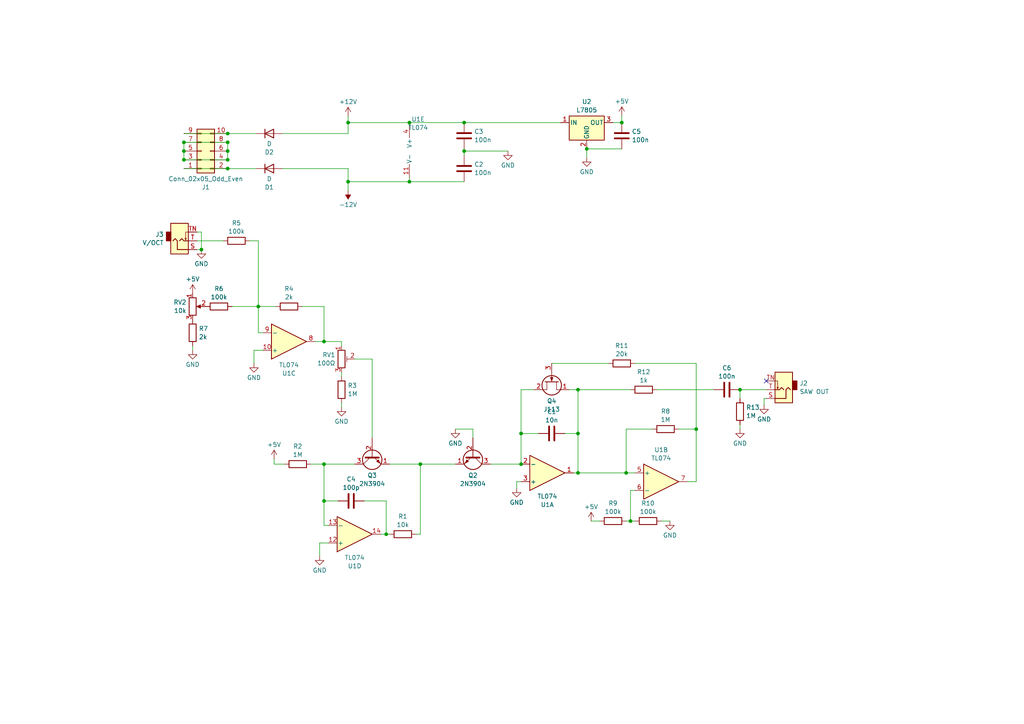
<source format=kicad_sch>
(kicad_sch (version 20230121) (generator eeschema)

  (uuid 5577541f-4372-4493-8e70-1b60cb6cb93e)

  (paper "A4")

  (lib_symbols
    (symbol "Amplifier_Operational:TL074" (pin_names (offset 0.127)) (in_bom yes) (on_board yes)
      (property "Reference" "U" (at 0 5.08 0)
        (effects (font (size 1.27 1.27)) (justify left))
      )
      (property "Value" "TL074" (at 0 -5.08 0)
        (effects (font (size 1.27 1.27)) (justify left))
      )
      (property "Footprint" "" (at -1.27 2.54 0)
        (effects (font (size 1.27 1.27)) hide)
      )
      (property "Datasheet" "http://www.ti.com/lit/ds/symlink/tl071.pdf" (at 1.27 5.08 0)
        (effects (font (size 1.27 1.27)) hide)
      )
      (property "ki_locked" "" (at 0 0 0)
        (effects (font (size 1.27 1.27)))
      )
      (property "ki_keywords" "quad opamp" (at 0 0 0)
        (effects (font (size 1.27 1.27)) hide)
      )
      (property "ki_description" "Quad Low-Noise JFET-Input Operational Amplifiers, DIP-14/SOIC-14" (at 0 0 0)
        (effects (font (size 1.27 1.27)) hide)
      )
      (property "ki_fp_filters" "SOIC*3.9x8.7mm*P1.27mm* DIP*W7.62mm* TSSOP*4.4x5mm*P0.65mm* SSOP*5.3x6.2mm*P0.65mm* MSOP*3x3mm*P0.5mm*" (at 0 0 0)
        (effects (font (size 1.27 1.27)) hide)
      )
      (symbol "TL074_1_1"
        (polyline
          (pts
            (xy -5.08 5.08)
            (xy 5.08 0)
            (xy -5.08 -5.08)
            (xy -5.08 5.08)
          )
          (stroke (width 0.254) (type default))
          (fill (type background))
        )
        (pin output line (at 7.62 0 180) (length 2.54)
          (name "~" (effects (font (size 1.27 1.27))))
          (number "1" (effects (font (size 1.27 1.27))))
        )
        (pin input line (at -7.62 -2.54 0) (length 2.54)
          (name "-" (effects (font (size 1.27 1.27))))
          (number "2" (effects (font (size 1.27 1.27))))
        )
        (pin input line (at -7.62 2.54 0) (length 2.54)
          (name "+" (effects (font (size 1.27 1.27))))
          (number "3" (effects (font (size 1.27 1.27))))
        )
      )
      (symbol "TL074_2_1"
        (polyline
          (pts
            (xy -5.08 5.08)
            (xy 5.08 0)
            (xy -5.08 -5.08)
            (xy -5.08 5.08)
          )
          (stroke (width 0.254) (type default))
          (fill (type background))
        )
        (pin input line (at -7.62 2.54 0) (length 2.54)
          (name "+" (effects (font (size 1.27 1.27))))
          (number "5" (effects (font (size 1.27 1.27))))
        )
        (pin input line (at -7.62 -2.54 0) (length 2.54)
          (name "-" (effects (font (size 1.27 1.27))))
          (number "6" (effects (font (size 1.27 1.27))))
        )
        (pin output line (at 7.62 0 180) (length 2.54)
          (name "~" (effects (font (size 1.27 1.27))))
          (number "7" (effects (font (size 1.27 1.27))))
        )
      )
      (symbol "TL074_3_1"
        (polyline
          (pts
            (xy -5.08 5.08)
            (xy 5.08 0)
            (xy -5.08 -5.08)
            (xy -5.08 5.08)
          )
          (stroke (width 0.254) (type default))
          (fill (type background))
        )
        (pin input line (at -7.62 2.54 0) (length 2.54)
          (name "+" (effects (font (size 1.27 1.27))))
          (number "10" (effects (font (size 1.27 1.27))))
        )
        (pin output line (at 7.62 0 180) (length 2.54)
          (name "~" (effects (font (size 1.27 1.27))))
          (number "8" (effects (font (size 1.27 1.27))))
        )
        (pin input line (at -7.62 -2.54 0) (length 2.54)
          (name "-" (effects (font (size 1.27 1.27))))
          (number "9" (effects (font (size 1.27 1.27))))
        )
      )
      (symbol "TL074_4_1"
        (polyline
          (pts
            (xy -5.08 5.08)
            (xy 5.08 0)
            (xy -5.08 -5.08)
            (xy -5.08 5.08)
          )
          (stroke (width 0.254) (type default))
          (fill (type background))
        )
        (pin input line (at -7.62 2.54 0) (length 2.54)
          (name "+" (effects (font (size 1.27 1.27))))
          (number "12" (effects (font (size 1.27 1.27))))
        )
        (pin input line (at -7.62 -2.54 0) (length 2.54)
          (name "-" (effects (font (size 1.27 1.27))))
          (number "13" (effects (font (size 1.27 1.27))))
        )
        (pin output line (at 7.62 0 180) (length 2.54)
          (name "~" (effects (font (size 1.27 1.27))))
          (number "14" (effects (font (size 1.27 1.27))))
        )
      )
      (symbol "TL074_5_1"
        (pin power_in line (at -2.54 -7.62 90) (length 3.81)
          (name "V-" (effects (font (size 1.27 1.27))))
          (number "11" (effects (font (size 1.27 1.27))))
        )
        (pin power_in line (at -2.54 7.62 270) (length 3.81)
          (name "V+" (effects (font (size 1.27 1.27))))
          (number "4" (effects (font (size 1.27 1.27))))
        )
      )
    )
    (symbol "Connector_Audio:AudioJack2_SwitchT" (in_bom yes) (on_board yes)
      (property "Reference" "J" (at 0 8.89 0)
        (effects (font (size 1.27 1.27)))
      )
      (property "Value" "AudioJack2_SwitchT" (at 0 6.35 0)
        (effects (font (size 1.27 1.27)))
      )
      (property "Footprint" "" (at 0 0 0)
        (effects (font (size 1.27 1.27)) hide)
      )
      (property "Datasheet" "~" (at 0 0 0)
        (effects (font (size 1.27 1.27)) hide)
      )
      (property "ki_keywords" "audio jack receptacle mono headphones phone TS connector" (at 0 0 0)
        (effects (font (size 1.27 1.27)) hide)
      )
      (property "ki_description" "Audio Jack, 2 Poles (Mono / TS), Switched T Pole (Normalling)" (at 0 0 0)
        (effects (font (size 1.27 1.27)) hide)
      )
      (property "ki_fp_filters" "Jack*" (at 0 0 0)
        (effects (font (size 1.27 1.27)) hide)
      )
      (symbol "AudioJack2_SwitchT_0_1"
        (rectangle (start -2.54 0) (end -3.81 -2.54)
          (stroke (width 0.254) (type default))
          (fill (type outline))
        )
        (polyline
          (pts
            (xy 1.778 -0.254)
            (xy 2.032 -0.762)
          )
          (stroke (width 0) (type default))
          (fill (type none))
        )
        (polyline
          (pts
            (xy 0 0)
            (xy 0.635 -0.635)
            (xy 1.27 0)
            (xy 2.54 0)
          )
          (stroke (width 0.254) (type default))
          (fill (type none))
        )
        (polyline
          (pts
            (xy 2.54 -2.54)
            (xy 1.778 -2.54)
            (xy 1.778 -0.254)
            (xy 1.524 -0.762)
          )
          (stroke (width 0) (type default))
          (fill (type none))
        )
        (polyline
          (pts
            (xy 2.54 2.54)
            (xy -0.635 2.54)
            (xy -0.635 0)
            (xy -1.27 -0.635)
            (xy -1.905 0)
          )
          (stroke (width 0.254) (type default))
          (fill (type none))
        )
        (rectangle (start 2.54 3.81) (end -2.54 -5.08)
          (stroke (width 0.254) (type default))
          (fill (type background))
        )
      )
      (symbol "AudioJack2_SwitchT_1_1"
        (pin passive line (at 5.08 2.54 180) (length 2.54)
          (name "~" (effects (font (size 1.27 1.27))))
          (number "S" (effects (font (size 1.27 1.27))))
        )
        (pin passive line (at 5.08 0 180) (length 2.54)
          (name "~" (effects (font (size 1.27 1.27))))
          (number "T" (effects (font (size 1.27 1.27))))
        )
        (pin passive line (at 5.08 -2.54 180) (length 2.54)
          (name "~" (effects (font (size 1.27 1.27))))
          (number "TN" (effects (font (size 1.27 1.27))))
        )
      )
    )
    (symbol "Connector_Generic:Conn_02x05_Odd_Even" (pin_names (offset 1.016) hide) (in_bom yes) (on_board yes)
      (property "Reference" "J" (at 1.27 7.62 0)
        (effects (font (size 1.27 1.27)))
      )
      (property "Value" "Conn_02x05_Odd_Even" (at 1.27 -7.62 0)
        (effects (font (size 1.27 1.27)))
      )
      (property "Footprint" "" (at 0 0 0)
        (effects (font (size 1.27 1.27)) hide)
      )
      (property "Datasheet" "~" (at 0 0 0)
        (effects (font (size 1.27 1.27)) hide)
      )
      (property "ki_keywords" "connector" (at 0 0 0)
        (effects (font (size 1.27 1.27)) hide)
      )
      (property "ki_description" "Generic connector, double row, 02x05, odd/even pin numbering scheme (row 1 odd numbers, row 2 even numbers), script generated (kicad-library-utils/schlib/autogen/connector/)" (at 0 0 0)
        (effects (font (size 1.27 1.27)) hide)
      )
      (property "ki_fp_filters" "Connector*:*_2x??_*" (at 0 0 0)
        (effects (font (size 1.27 1.27)) hide)
      )
      (symbol "Conn_02x05_Odd_Even_1_1"
        (rectangle (start -1.27 -4.953) (end 0 -5.207)
          (stroke (width 0.1524) (type default))
          (fill (type none))
        )
        (rectangle (start -1.27 -2.413) (end 0 -2.667)
          (stroke (width 0.1524) (type default))
          (fill (type none))
        )
        (rectangle (start -1.27 0.127) (end 0 -0.127)
          (stroke (width 0.1524) (type default))
          (fill (type none))
        )
        (rectangle (start -1.27 2.667) (end 0 2.413)
          (stroke (width 0.1524) (type default))
          (fill (type none))
        )
        (rectangle (start -1.27 5.207) (end 0 4.953)
          (stroke (width 0.1524) (type default))
          (fill (type none))
        )
        (rectangle (start -1.27 6.35) (end 3.81 -6.35)
          (stroke (width 0.254) (type default))
          (fill (type background))
        )
        (rectangle (start 3.81 -4.953) (end 2.54 -5.207)
          (stroke (width 0.1524) (type default))
          (fill (type none))
        )
        (rectangle (start 3.81 -2.413) (end 2.54 -2.667)
          (stroke (width 0.1524) (type default))
          (fill (type none))
        )
        (rectangle (start 3.81 0.127) (end 2.54 -0.127)
          (stroke (width 0.1524) (type default))
          (fill (type none))
        )
        (rectangle (start 3.81 2.667) (end 2.54 2.413)
          (stroke (width 0.1524) (type default))
          (fill (type none))
        )
        (rectangle (start 3.81 5.207) (end 2.54 4.953)
          (stroke (width 0.1524) (type default))
          (fill (type none))
        )
        (pin passive line (at -5.08 5.08 0) (length 3.81)
          (name "Pin_1" (effects (font (size 1.27 1.27))))
          (number "1" (effects (font (size 1.27 1.27))))
        )
        (pin passive line (at 7.62 -5.08 180) (length 3.81)
          (name "Pin_10" (effects (font (size 1.27 1.27))))
          (number "10" (effects (font (size 1.27 1.27))))
        )
        (pin passive line (at 7.62 5.08 180) (length 3.81)
          (name "Pin_2" (effects (font (size 1.27 1.27))))
          (number "2" (effects (font (size 1.27 1.27))))
        )
        (pin passive line (at -5.08 2.54 0) (length 3.81)
          (name "Pin_3" (effects (font (size 1.27 1.27))))
          (number "3" (effects (font (size 1.27 1.27))))
        )
        (pin passive line (at 7.62 2.54 180) (length 3.81)
          (name "Pin_4" (effects (font (size 1.27 1.27))))
          (number "4" (effects (font (size 1.27 1.27))))
        )
        (pin passive line (at -5.08 0 0) (length 3.81)
          (name "Pin_5" (effects (font (size 1.27 1.27))))
          (number "5" (effects (font (size 1.27 1.27))))
        )
        (pin passive line (at 7.62 0 180) (length 3.81)
          (name "Pin_6" (effects (font (size 1.27 1.27))))
          (number "6" (effects (font (size 1.27 1.27))))
        )
        (pin passive line (at -5.08 -2.54 0) (length 3.81)
          (name "Pin_7" (effects (font (size 1.27 1.27))))
          (number "7" (effects (font (size 1.27 1.27))))
        )
        (pin passive line (at 7.62 -2.54 180) (length 3.81)
          (name "Pin_8" (effects (font (size 1.27 1.27))))
          (number "8" (effects (font (size 1.27 1.27))))
        )
        (pin passive line (at -5.08 -5.08 0) (length 3.81)
          (name "Pin_9" (effects (font (size 1.27 1.27))))
          (number "9" (effects (font (size 1.27 1.27))))
        )
      )
    )
    (symbol "Device:C" (pin_numbers hide) (pin_names (offset 0.254)) (in_bom yes) (on_board yes)
      (property "Reference" "C" (at 0.635 2.54 0)
        (effects (font (size 1.27 1.27)) (justify left))
      )
      (property "Value" "C" (at 0.635 -2.54 0)
        (effects (font (size 1.27 1.27)) (justify left))
      )
      (property "Footprint" "" (at 0.9652 -3.81 0)
        (effects (font (size 1.27 1.27)) hide)
      )
      (property "Datasheet" "~" (at 0 0 0)
        (effects (font (size 1.27 1.27)) hide)
      )
      (property "ki_keywords" "cap capacitor" (at 0 0 0)
        (effects (font (size 1.27 1.27)) hide)
      )
      (property "ki_description" "Unpolarized capacitor" (at 0 0 0)
        (effects (font (size 1.27 1.27)) hide)
      )
      (property "ki_fp_filters" "C_*" (at 0 0 0)
        (effects (font (size 1.27 1.27)) hide)
      )
      (symbol "C_0_1"
        (polyline
          (pts
            (xy -2.032 -0.762)
            (xy 2.032 -0.762)
          )
          (stroke (width 0.508) (type default))
          (fill (type none))
        )
        (polyline
          (pts
            (xy -2.032 0.762)
            (xy 2.032 0.762)
          )
          (stroke (width 0.508) (type default))
          (fill (type none))
        )
      )
      (symbol "C_1_1"
        (pin passive line (at 0 3.81 270) (length 2.794)
          (name "~" (effects (font (size 1.27 1.27))))
          (number "1" (effects (font (size 1.27 1.27))))
        )
        (pin passive line (at 0 -3.81 90) (length 2.794)
          (name "~" (effects (font (size 1.27 1.27))))
          (number "2" (effects (font (size 1.27 1.27))))
        )
      )
    )
    (symbol "Device:D" (pin_numbers hide) (pin_names (offset 1.016) hide) (in_bom yes) (on_board yes)
      (property "Reference" "D" (at 0 2.54 0)
        (effects (font (size 1.27 1.27)))
      )
      (property "Value" "D" (at 0 -2.54 0)
        (effects (font (size 1.27 1.27)))
      )
      (property "Footprint" "" (at 0 0 0)
        (effects (font (size 1.27 1.27)) hide)
      )
      (property "Datasheet" "~" (at 0 0 0)
        (effects (font (size 1.27 1.27)) hide)
      )
      (property "Sim.Device" "D" (at 0 0 0)
        (effects (font (size 1.27 1.27)) hide)
      )
      (property "Sim.Pins" "1=K 2=A" (at 0 0 0)
        (effects (font (size 1.27 1.27)) hide)
      )
      (property "ki_keywords" "diode" (at 0 0 0)
        (effects (font (size 1.27 1.27)) hide)
      )
      (property "ki_description" "Diode" (at 0 0 0)
        (effects (font (size 1.27 1.27)) hide)
      )
      (property "ki_fp_filters" "TO-???* *_Diode_* *SingleDiode* D_*" (at 0 0 0)
        (effects (font (size 1.27 1.27)) hide)
      )
      (symbol "D_0_1"
        (polyline
          (pts
            (xy -1.27 1.27)
            (xy -1.27 -1.27)
          )
          (stroke (width 0.254) (type default))
          (fill (type none))
        )
        (polyline
          (pts
            (xy 1.27 0)
            (xy -1.27 0)
          )
          (stroke (width 0) (type default))
          (fill (type none))
        )
        (polyline
          (pts
            (xy 1.27 1.27)
            (xy 1.27 -1.27)
            (xy -1.27 0)
            (xy 1.27 1.27)
          )
          (stroke (width 0.254) (type default))
          (fill (type none))
        )
      )
      (symbol "D_1_1"
        (pin passive line (at -3.81 0 0) (length 2.54)
          (name "K" (effects (font (size 1.27 1.27))))
          (number "1" (effects (font (size 1.27 1.27))))
        )
        (pin passive line (at 3.81 0 180) (length 2.54)
          (name "A" (effects (font (size 1.27 1.27))))
          (number "2" (effects (font (size 1.27 1.27))))
        )
      )
    )
    (symbol "Device:R" (pin_numbers hide) (pin_names (offset 0)) (in_bom yes) (on_board yes)
      (property "Reference" "R" (at 2.032 0 90)
        (effects (font (size 1.27 1.27)))
      )
      (property "Value" "R" (at 0 0 90)
        (effects (font (size 1.27 1.27)))
      )
      (property "Footprint" "" (at -1.778 0 90)
        (effects (font (size 1.27 1.27)) hide)
      )
      (property "Datasheet" "~" (at 0 0 0)
        (effects (font (size 1.27 1.27)) hide)
      )
      (property "ki_keywords" "R res resistor" (at 0 0 0)
        (effects (font (size 1.27 1.27)) hide)
      )
      (property "ki_description" "Resistor" (at 0 0 0)
        (effects (font (size 1.27 1.27)) hide)
      )
      (property "ki_fp_filters" "R_*" (at 0 0 0)
        (effects (font (size 1.27 1.27)) hide)
      )
      (symbol "R_0_1"
        (rectangle (start -1.016 -2.54) (end 1.016 2.54)
          (stroke (width 0.254) (type default))
          (fill (type none))
        )
      )
      (symbol "R_1_1"
        (pin passive line (at 0 3.81 270) (length 1.27)
          (name "~" (effects (font (size 1.27 1.27))))
          (number "1" (effects (font (size 1.27 1.27))))
        )
        (pin passive line (at 0 -3.81 90) (length 1.27)
          (name "~" (effects (font (size 1.27 1.27))))
          (number "2" (effects (font (size 1.27 1.27))))
        )
      )
    )
    (symbol "Device:R_Potentiometer" (pin_names (offset 1.016) hide) (in_bom yes) (on_board yes)
      (property "Reference" "RV" (at -4.445 0 90)
        (effects (font (size 1.27 1.27)))
      )
      (property "Value" "R_Potentiometer" (at -2.54 0 90)
        (effects (font (size 1.27 1.27)))
      )
      (property "Footprint" "" (at 0 0 0)
        (effects (font (size 1.27 1.27)) hide)
      )
      (property "Datasheet" "~" (at 0 0 0)
        (effects (font (size 1.27 1.27)) hide)
      )
      (property "ki_keywords" "resistor variable" (at 0 0 0)
        (effects (font (size 1.27 1.27)) hide)
      )
      (property "ki_description" "Potentiometer" (at 0 0 0)
        (effects (font (size 1.27 1.27)) hide)
      )
      (property "ki_fp_filters" "Potentiometer*" (at 0 0 0)
        (effects (font (size 1.27 1.27)) hide)
      )
      (symbol "R_Potentiometer_0_1"
        (polyline
          (pts
            (xy 2.54 0)
            (xy 1.524 0)
          )
          (stroke (width 0) (type default))
          (fill (type none))
        )
        (polyline
          (pts
            (xy 1.143 0)
            (xy 2.286 0.508)
            (xy 2.286 -0.508)
            (xy 1.143 0)
          )
          (stroke (width 0) (type default))
          (fill (type outline))
        )
        (rectangle (start 1.016 2.54) (end -1.016 -2.54)
          (stroke (width 0.254) (type default))
          (fill (type none))
        )
      )
      (symbol "R_Potentiometer_1_1"
        (pin passive line (at 0 3.81 270) (length 1.27)
          (name "1" (effects (font (size 1.27 1.27))))
          (number "1" (effects (font (size 1.27 1.27))))
        )
        (pin passive line (at 3.81 0 180) (length 1.27)
          (name "2" (effects (font (size 1.27 1.27))))
          (number "2" (effects (font (size 1.27 1.27))))
        )
        (pin passive line (at 0 -3.81 90) (length 1.27)
          (name "3" (effects (font (size 1.27 1.27))))
          (number "3" (effects (font (size 1.27 1.27))))
        )
      )
    )
    (symbol "Device:R_Potentiometer_Trim" (pin_names (offset 1.016) hide) (in_bom yes) (on_board yes)
      (property "Reference" "RV" (at -4.445 0 90)
        (effects (font (size 1.27 1.27)))
      )
      (property "Value" "R_Potentiometer_Trim" (at -2.54 0 90)
        (effects (font (size 1.27 1.27)))
      )
      (property "Footprint" "" (at 0 0 0)
        (effects (font (size 1.27 1.27)) hide)
      )
      (property "Datasheet" "~" (at 0 0 0)
        (effects (font (size 1.27 1.27)) hide)
      )
      (property "ki_keywords" "resistor variable trimpot trimmer" (at 0 0 0)
        (effects (font (size 1.27 1.27)) hide)
      )
      (property "ki_description" "Trim-potentiometer" (at 0 0 0)
        (effects (font (size 1.27 1.27)) hide)
      )
      (property "ki_fp_filters" "Potentiometer*" (at 0 0 0)
        (effects (font (size 1.27 1.27)) hide)
      )
      (symbol "R_Potentiometer_Trim_0_1"
        (polyline
          (pts
            (xy 1.524 0.762)
            (xy 1.524 -0.762)
          )
          (stroke (width 0) (type default))
          (fill (type none))
        )
        (polyline
          (pts
            (xy 2.54 0)
            (xy 1.524 0)
          )
          (stroke (width 0) (type default))
          (fill (type none))
        )
        (rectangle (start 1.016 2.54) (end -1.016 -2.54)
          (stroke (width 0.254) (type default))
          (fill (type none))
        )
      )
      (symbol "R_Potentiometer_Trim_1_1"
        (pin passive line (at 0 3.81 270) (length 1.27)
          (name "1" (effects (font (size 1.27 1.27))))
          (number "1" (effects (font (size 1.27 1.27))))
        )
        (pin passive line (at 3.81 0 180) (length 1.27)
          (name "2" (effects (font (size 1.27 1.27))))
          (number "2" (effects (font (size 1.27 1.27))))
        )
        (pin passive line (at 0 -3.81 90) (length 1.27)
          (name "3" (effects (font (size 1.27 1.27))))
          (number "3" (effects (font (size 1.27 1.27))))
        )
      )
    )
    (symbol "Regulator_Linear:L7805" (pin_names (offset 0.254)) (in_bom yes) (on_board yes)
      (property "Reference" "U" (at -3.81 3.175 0)
        (effects (font (size 1.27 1.27)))
      )
      (property "Value" "L7805" (at 0 3.175 0)
        (effects (font (size 1.27 1.27)) (justify left))
      )
      (property "Footprint" "" (at 0.635 -3.81 0)
        (effects (font (size 1.27 1.27) italic) (justify left) hide)
      )
      (property "Datasheet" "http://www.st.com/content/ccc/resource/technical/document/datasheet/41/4f/b3/b0/12/d4/47/88/CD00000444.pdf/files/CD00000444.pdf/jcr:content/translations/en.CD00000444.pdf" (at 0 -1.27 0)
        (effects (font (size 1.27 1.27)) hide)
      )
      (property "ki_keywords" "Voltage Regulator 1.5A Positive" (at 0 0 0)
        (effects (font (size 1.27 1.27)) hide)
      )
      (property "ki_description" "Positive 1.5A 35V Linear Regulator, Fixed Output 5V, TO-220/TO-263/TO-252" (at 0 0 0)
        (effects (font (size 1.27 1.27)) hide)
      )
      (property "ki_fp_filters" "TO?252* TO?263* TO?220*" (at 0 0 0)
        (effects (font (size 1.27 1.27)) hide)
      )
      (symbol "L7805_0_1"
        (rectangle (start -5.08 1.905) (end 5.08 -5.08)
          (stroke (width 0.254) (type default))
          (fill (type background))
        )
      )
      (symbol "L7805_1_1"
        (pin power_in line (at -7.62 0 0) (length 2.54)
          (name "IN" (effects (font (size 1.27 1.27))))
          (number "1" (effects (font (size 1.27 1.27))))
        )
        (pin power_in line (at 0 -7.62 90) (length 2.54)
          (name "GND" (effects (font (size 1.27 1.27))))
          (number "2" (effects (font (size 1.27 1.27))))
        )
        (pin power_out line (at 7.62 0 180) (length 2.54)
          (name "OUT" (effects (font (size 1.27 1.27))))
          (number "3" (effects (font (size 1.27 1.27))))
        )
      )
    )
    (symbol "Transistor_BJT:2N3904" (pin_names (offset 0) hide) (in_bom yes) (on_board yes)
      (property "Reference" "Q" (at 5.08 1.905 0)
        (effects (font (size 1.27 1.27)) (justify left))
      )
      (property "Value" "2N3904" (at 5.08 0 0)
        (effects (font (size 1.27 1.27)) (justify left))
      )
      (property "Footprint" "Package_TO_SOT_THT:TO-92_Inline" (at 5.08 -1.905 0)
        (effects (font (size 1.27 1.27) italic) (justify left) hide)
      )
      (property "Datasheet" "https://www.onsemi.com/pub/Collateral/2N3903-D.PDF" (at 0 0 0)
        (effects (font (size 1.27 1.27)) (justify left) hide)
      )
      (property "ki_keywords" "NPN Transistor" (at 0 0 0)
        (effects (font (size 1.27 1.27)) hide)
      )
      (property "ki_description" "0.2A Ic, 40V Vce, Small Signal NPN Transistor, TO-92" (at 0 0 0)
        (effects (font (size 1.27 1.27)) hide)
      )
      (property "ki_fp_filters" "TO?92*" (at 0 0 0)
        (effects (font (size 1.27 1.27)) hide)
      )
      (symbol "2N3904_0_1"
        (polyline
          (pts
            (xy 0.635 0.635)
            (xy 2.54 2.54)
          )
          (stroke (width 0) (type default))
          (fill (type none))
        )
        (polyline
          (pts
            (xy 0.635 -0.635)
            (xy 2.54 -2.54)
            (xy 2.54 -2.54)
          )
          (stroke (width 0) (type default))
          (fill (type none))
        )
        (polyline
          (pts
            (xy 0.635 1.905)
            (xy 0.635 -1.905)
            (xy 0.635 -1.905)
          )
          (stroke (width 0.508) (type default))
          (fill (type none))
        )
        (polyline
          (pts
            (xy 1.27 -1.778)
            (xy 1.778 -1.27)
            (xy 2.286 -2.286)
            (xy 1.27 -1.778)
            (xy 1.27 -1.778)
          )
          (stroke (width 0) (type default))
          (fill (type outline))
        )
        (circle (center 1.27 0) (radius 2.8194)
          (stroke (width 0.254) (type default))
          (fill (type none))
        )
      )
      (symbol "2N3904_1_1"
        (pin passive line (at 2.54 -5.08 90) (length 2.54)
          (name "E" (effects (font (size 1.27 1.27))))
          (number "1" (effects (font (size 1.27 1.27))))
        )
        (pin passive line (at -5.08 0 0) (length 5.715)
          (name "B" (effects (font (size 1.27 1.27))))
          (number "2" (effects (font (size 1.27 1.27))))
        )
        (pin passive line (at 2.54 5.08 270) (length 2.54)
          (name "C" (effects (font (size 1.27 1.27))))
          (number "3" (effects (font (size 1.27 1.27))))
        )
      )
    )
    (symbol "Transistor_FET:MMBFJ113" (pin_names hide) (in_bom yes) (on_board yes)
      (property "Reference" "Q" (at 5.08 1.905 0)
        (effects (font (size 1.27 1.27)) (justify left))
      )
      (property "Value" "MMBFJ113" (at 5.08 0 0)
        (effects (font (size 1.27 1.27)) (justify left))
      )
      (property "Footprint" "Package_TO_SOT_SMD:SOT-23" (at 5.08 -1.905 0)
        (effects (font (size 1.27 1.27) italic) (justify left) hide)
      )
      (property "Datasheet" "https://www.onsemi.com/pub/Collateral/MMBFJ113-D.PDF" (at 0 0 0)
        (effects (font (size 1.27 1.27)) (justify left) hide)
      )
      (property "ki_keywords" "N-Channel FET Transistor" (at 0 0 0)
        (effects (font (size 1.27 1.27)) hide)
      )
      (property "ki_description" "2mA min, 35V, 100mOhm max, 0.5-3V Vgs(off), N-Channel JFET, SOT-23" (at 0 0 0)
        (effects (font (size 1.27 1.27)) hide)
      )
      (property "ki_fp_filters" "SOT?23*" (at 0 0 0)
        (effects (font (size 1.27 1.27)) hide)
      )
      (symbol "MMBFJ113_0_1"
        (polyline
          (pts
            (xy 0.254 0)
            (xy -2.54 0)
          )
          (stroke (width 0) (type default))
          (fill (type none))
        )
        (polyline
          (pts
            (xy 0.254 1.905)
            (xy 0.254 -1.905)
          )
          (stroke (width 0.254) (type default))
          (fill (type none))
        )
        (polyline
          (pts
            (xy 2.54 -2.54)
            (xy 2.54 -1.397)
            (xy 0.254 -1.397)
          )
          (stroke (width 0) (type default))
          (fill (type none))
        )
        (polyline
          (pts
            (xy 2.54 2.54)
            (xy 2.54 1.397)
            (xy 0.254 1.397)
          )
          (stroke (width 0) (type default))
          (fill (type none))
        )
        (polyline
          (pts
            (xy 0 0)
            (xy -1.016 0.381)
            (xy -1.016 -0.381)
            (xy 0 0)
          )
          (stroke (width 0) (type default))
          (fill (type outline))
        )
        (circle (center 1.27 0) (radius 2.8194)
          (stroke (width 0.254) (type default))
          (fill (type none))
        )
      )
      (symbol "MMBFJ113_1_1"
        (pin passive line (at 2.54 5.08 270) (length 2.54)
          (name "D" (effects (font (size 1.27 1.27))))
          (number "1" (effects (font (size 1.27 1.27))))
        )
        (pin passive line (at 2.54 -5.08 90) (length 2.54)
          (name "S" (effects (font (size 1.27 1.27))))
          (number "2" (effects (font (size 1.27 1.27))))
        )
        (pin input line (at -5.08 0 0) (length 2.54)
          (name "G" (effects (font (size 1.27 1.27))))
          (number "3" (effects (font (size 1.27 1.27))))
        )
      )
    )
    (symbol "power:+12V" (power) (pin_names (offset 0)) (in_bom yes) (on_board yes)
      (property "Reference" "#PWR" (at 0 -3.81 0)
        (effects (font (size 1.27 1.27)) hide)
      )
      (property "Value" "+12V" (at 0 3.556 0)
        (effects (font (size 1.27 1.27)))
      )
      (property "Footprint" "" (at 0 0 0)
        (effects (font (size 1.27 1.27)) hide)
      )
      (property "Datasheet" "" (at 0 0 0)
        (effects (font (size 1.27 1.27)) hide)
      )
      (property "ki_keywords" "global power" (at 0 0 0)
        (effects (font (size 1.27 1.27)) hide)
      )
      (property "ki_description" "Power symbol creates a global label with name \"+12V\"" (at 0 0 0)
        (effects (font (size 1.27 1.27)) hide)
      )
      (symbol "+12V_0_1"
        (polyline
          (pts
            (xy -0.762 1.27)
            (xy 0 2.54)
          )
          (stroke (width 0) (type default))
          (fill (type none))
        )
        (polyline
          (pts
            (xy 0 0)
            (xy 0 2.54)
          )
          (stroke (width 0) (type default))
          (fill (type none))
        )
        (polyline
          (pts
            (xy 0 2.54)
            (xy 0.762 1.27)
          )
          (stroke (width 0) (type default))
          (fill (type none))
        )
      )
      (symbol "+12V_1_1"
        (pin power_in line (at 0 0 90) (length 0) hide
          (name "+12V" (effects (font (size 1.27 1.27))))
          (number "1" (effects (font (size 1.27 1.27))))
        )
      )
    )
    (symbol "power:+5V" (power) (pin_names (offset 0)) (in_bom yes) (on_board yes)
      (property "Reference" "#PWR" (at 0 -3.81 0)
        (effects (font (size 1.27 1.27)) hide)
      )
      (property "Value" "+5V" (at 0 3.556 0)
        (effects (font (size 1.27 1.27)))
      )
      (property "Footprint" "" (at 0 0 0)
        (effects (font (size 1.27 1.27)) hide)
      )
      (property "Datasheet" "" (at 0 0 0)
        (effects (font (size 1.27 1.27)) hide)
      )
      (property "ki_keywords" "global power" (at 0 0 0)
        (effects (font (size 1.27 1.27)) hide)
      )
      (property "ki_description" "Power symbol creates a global label with name \"+5V\"" (at 0 0 0)
        (effects (font (size 1.27 1.27)) hide)
      )
      (symbol "+5V_0_1"
        (polyline
          (pts
            (xy -0.762 1.27)
            (xy 0 2.54)
          )
          (stroke (width 0) (type default))
          (fill (type none))
        )
        (polyline
          (pts
            (xy 0 0)
            (xy 0 2.54)
          )
          (stroke (width 0) (type default))
          (fill (type none))
        )
        (polyline
          (pts
            (xy 0 2.54)
            (xy 0.762 1.27)
          )
          (stroke (width 0) (type default))
          (fill (type none))
        )
      )
      (symbol "+5V_1_1"
        (pin power_in line (at 0 0 90) (length 0) hide
          (name "+5V" (effects (font (size 1.27 1.27))))
          (number "1" (effects (font (size 1.27 1.27))))
        )
      )
    )
    (symbol "power:-12V" (power) (pin_names (offset 0)) (in_bom yes) (on_board yes)
      (property "Reference" "#PWR" (at 0 2.54 0)
        (effects (font (size 1.27 1.27)) hide)
      )
      (property "Value" "-12V" (at 0 3.81 0)
        (effects (font (size 1.27 1.27)))
      )
      (property "Footprint" "" (at 0 0 0)
        (effects (font (size 1.27 1.27)) hide)
      )
      (property "Datasheet" "" (at 0 0 0)
        (effects (font (size 1.27 1.27)) hide)
      )
      (property "ki_keywords" "global power" (at 0 0 0)
        (effects (font (size 1.27 1.27)) hide)
      )
      (property "ki_description" "Power symbol creates a global label with name \"-12V\"" (at 0 0 0)
        (effects (font (size 1.27 1.27)) hide)
      )
      (symbol "-12V_0_0"
        (pin power_in line (at 0 0 90) (length 0) hide
          (name "-12V" (effects (font (size 1.27 1.27))))
          (number "1" (effects (font (size 1.27 1.27))))
        )
      )
      (symbol "-12V_0_1"
        (polyline
          (pts
            (xy 0 0)
            (xy 0 1.27)
            (xy 0.762 1.27)
            (xy 0 2.54)
            (xy -0.762 1.27)
            (xy 0 1.27)
          )
          (stroke (width 0) (type default))
          (fill (type outline))
        )
      )
    )
    (symbol "power:GND" (power) (pin_names (offset 0)) (in_bom yes) (on_board yes)
      (property "Reference" "#PWR" (at 0 -6.35 0)
        (effects (font (size 1.27 1.27)) hide)
      )
      (property "Value" "GND" (at 0 -3.81 0)
        (effects (font (size 1.27 1.27)))
      )
      (property "Footprint" "" (at 0 0 0)
        (effects (font (size 1.27 1.27)) hide)
      )
      (property "Datasheet" "" (at 0 0 0)
        (effects (font (size 1.27 1.27)) hide)
      )
      (property "ki_keywords" "global power" (at 0 0 0)
        (effects (font (size 1.27 1.27)) hide)
      )
      (property "ki_description" "Power symbol creates a global label with name \"GND\" , ground" (at 0 0 0)
        (effects (font (size 1.27 1.27)) hide)
      )
      (symbol "GND_0_1"
        (polyline
          (pts
            (xy 0 0)
            (xy 0 -1.27)
            (xy 1.27 -1.27)
            (xy 0 -2.54)
            (xy -1.27 -1.27)
            (xy 0 -1.27)
          )
          (stroke (width 0) (type default))
          (fill (type none))
        )
      )
      (symbol "GND_1_1"
        (pin power_in line (at 0 0 270) (length 0) hide
          (name "GND" (effects (font (size 1.27 1.27))))
          (number "1" (effects (font (size 1.27 1.27))))
        )
      )
    )
  )

  (junction (at 151.13 134.62) (diameter 0) (color 0 0 0 0)
    (uuid 06fe38e7-ba3d-49a0-abae-389c7e3c2501)
  )
  (junction (at 167.64 113.03) (diameter 0) (color 0 0 0 0)
    (uuid 1b500c90-9c1f-4a55-bc5d-2dd4e9e06a8c)
  )
  (junction (at 66.04 46.355) (diameter 0) (color 0 0 0 0)
    (uuid 229b8594-a3fd-4147-bad3-b39e15db38ef)
  )
  (junction (at 134.62 43.815) (diameter 0) (color 0 0 0 0)
    (uuid 25fb22af-e480-4235-8697-30ab84d8a5f8)
  )
  (junction (at 170.18 43.18) (diameter 0) (color 0 0 0 0)
    (uuid 2a3aa60b-8642-44da-baf9-891d47868396)
  )
  (junction (at 121.92 134.62) (diameter 0) (color 0 0 0 0)
    (uuid 32c65379-53dc-4b7e-9929-cf0160674119)
  )
  (junction (at 58.42 72.39) (diameter 0) (color 0 0 0 0)
    (uuid 3a5cbb0b-59e3-40bd-9e52-f515dcaa9aaf)
  )
  (junction (at 66.04 48.895) (diameter 0) (color 0 0 0 0)
    (uuid 4ec7ef72-b12d-4d2b-bd7d-3d5b53574bf1)
  )
  (junction (at 53.34 43.815) (diameter 0) (color 0 0 0 0)
    (uuid 5294b177-28ab-482d-8103-eb5c80181560)
  )
  (junction (at 100.965 35.56) (diameter 0) (color 0 0 0 0)
    (uuid 5f4faa3a-b02f-40c7-823e-478047e83801)
  )
  (junction (at 167.64 137.16) (diameter 0) (color 0 0 0 0)
    (uuid 69b2c2d5-2217-4849-951e-55b8c4da36e2)
  )
  (junction (at 66.04 38.735) (diameter 0) (color 0 0 0 0)
    (uuid 6d90f678-c226-401a-abdd-4ebf6e53811f)
  )
  (junction (at 93.98 134.62) (diameter 0) (color 0 0 0 0)
    (uuid 714d8034-8511-41f0-b911-f721df7dc7d2)
  )
  (junction (at 118.745 35.56) (diameter 0) (color 0 0 0 0)
    (uuid 767dfa44-71f5-4ef1-b591-cb40992e5e75)
  )
  (junction (at 182.88 151.13) (diameter 0) (color 0 0 0 0)
    (uuid 7a6d6e95-4138-4e40-816e-51e663a78e84)
  )
  (junction (at 93.98 99.06) (diameter 0) (color 0 0 0 0)
    (uuid 83058a16-5f58-43cf-927f-72a6904b8a98)
  )
  (junction (at 151.13 125.73) (diameter 0) (color 0 0 0 0)
    (uuid 925ef15c-2d12-4746-afae-ee06ba724e3b)
  )
  (junction (at 53.34 41.275) (diameter 0) (color 0 0 0 0)
    (uuid 96ecfeea-852f-422a-99ff-7b466da35636)
  )
  (junction (at 112.014 154.94) (diameter 0) (color 0 0 0 0)
    (uuid 98151d65-df7d-41b7-80b0-f6661f2aa72a)
  )
  (junction (at 214.63 113.03) (diameter 0) (color 0 0 0 0)
    (uuid a1b55047-bf10-4b62-90bb-7c33e63ded38)
  )
  (junction (at 100.965 52.705) (diameter 0) (color 0 0 0 0)
    (uuid a41baf75-e349-4ed0-b8f0-b97138da948d)
  )
  (junction (at 66.04 41.275) (diameter 0) (color 0 0 0 0)
    (uuid aee13b0e-8562-4838-b37a-9cd978a9c401)
  )
  (junction (at 53.34 46.355) (diameter 0) (color 0 0 0 0)
    (uuid c1ae46c1-0e3a-4402-b9e6-c67cefad2176)
  )
  (junction (at 93.98 145.288) (diameter 0) (color 0 0 0 0)
    (uuid c305120b-bbad-4794-a461-fe442dd8f260)
  )
  (junction (at 74.93 88.9) (diameter 0) (color 0 0 0 0)
    (uuid c42c21cb-7b1c-4c3e-9c0b-d7c4b1ab008b)
  )
  (junction (at 181.61 137.16) (diameter 0) (color 0 0 0 0)
    (uuid d89f0eb1-e35d-4626-b26c-44370fa05b2b)
  )
  (junction (at 118.745 52.705) (diameter 0) (color 0 0 0 0)
    (uuid e21664a1-35d0-423e-a4e3-caebcc850f48)
  )
  (junction (at 180.34 35.56) (diameter 0) (color 0 0 0 0)
    (uuid e67dfd64-11e8-4e77-883d-bb2b0545d720)
  )
  (junction (at 66.04 43.815) (diameter 0) (color 0 0 0 0)
    (uuid e9dc3e2a-e30c-4e3e-b8d9-187b0c758a27)
  )
  (junction (at 201.93 124.46) (diameter 0) (color 0 0 0 0)
    (uuid ec5714a4-0f67-4ddd-abe7-ff4672e17d07)
  )
  (junction (at 134.62 35.56) (diameter 0) (color 0 0 0 0)
    (uuid f12e0fd8-dc9b-4c08-b42c-c6ec49647111)
  )
  (junction (at 167.64 125.73) (diameter 0) (color 0 0 0 0)
    (uuid f4456bbe-c4b0-4db0-b26f-15014ac121f2)
  )

  (no_connect (at 222.25 110.49) (uuid 43d75b89-43aa-4a98-9db8-fe1d387a188d))

  (wire (pts (xy 134.62 43.815) (xy 147.32 43.815))
    (stroke (width 0) (type default))
    (uuid 001de78a-3807-4367-a1e8-8db33f466c70)
  )
  (wire (pts (xy 87.63 88.9) (xy 93.98 88.9))
    (stroke (width 0) (type default))
    (uuid 0032aa2b-f5aa-4952-b9ae-e6b99c76fa11)
  )
  (wire (pts (xy 55.88 100.33) (xy 55.88 101.6))
    (stroke (width 0) (type default))
    (uuid 00485881-4a8b-4e4c-bb15-0d25c87cb9e2)
  )
  (wire (pts (xy 53.34 46.355) (xy 66.04 46.355))
    (stroke (width 0) (type default))
    (uuid 03a8826d-e112-44a6-94e6-16a84aeda55c)
  )
  (wire (pts (xy 214.63 113.03) (xy 222.25 113.03))
    (stroke (width 0) (type default))
    (uuid 070cc9ec-427f-49e5-a8b0-51a54075ff98)
  )
  (wire (pts (xy 118.745 52.705) (xy 134.62 52.705))
    (stroke (width 0) (type default))
    (uuid 08ec864a-ca23-4ea5-baa2-f3df5792be83)
  )
  (wire (pts (xy 180.34 35.56) (xy 180.34 33.528))
    (stroke (width 0) (type default))
    (uuid 0b4ffd4b-776e-45ed-b11c-ed8f45902841)
  )
  (wire (pts (xy 142.24 134.62) (xy 151.13 134.62))
    (stroke (width 0) (type default))
    (uuid 0e81a0da-5da4-41d6-b6e2-b3cee1adf5b5)
  )
  (wire (pts (xy 100.965 33.655) (xy 100.965 35.56))
    (stroke (width 0) (type default))
    (uuid 1015ae2b-40f4-43c8-ba65-8187d1330911)
  )
  (wire (pts (xy 118.745 52.705) (xy 100.965 52.705))
    (stroke (width 0) (type default))
    (uuid 1218aad6-90e7-48e3-88d8-4757cd9522d7)
  )
  (wire (pts (xy 58.42 72.39) (xy 57.15 72.39))
    (stroke (width 0) (type default))
    (uuid 14473ad2-6ae5-4fac-a059-f76447311812)
  )
  (wire (pts (xy 201.93 105.41) (xy 201.93 124.46))
    (stroke (width 0) (type default))
    (uuid 15954afa-ba63-4b49-93e6-8eb50c9c5d43)
  )
  (wire (pts (xy 191.77 151.13) (xy 194.31 151.13))
    (stroke (width 0) (type default))
    (uuid 197898cb-0057-4712-ab45-96b2de9b62ad)
  )
  (wire (pts (xy 167.64 125.73) (xy 167.64 137.16))
    (stroke (width 0) (type default))
    (uuid 1d027b3a-e5fd-49d0-ac1e-dabe0035a8dc)
  )
  (wire (pts (xy 113.03 134.62) (xy 121.92 134.62))
    (stroke (width 0) (type default))
    (uuid 1e0cc1a8-5608-46d5-87d6-fe45f2264e0e)
  )
  (wire (pts (xy 121.92 154.94) (xy 121.92 134.62))
    (stroke (width 0) (type default))
    (uuid 1f8c74e7-e952-45ff-a76b-57732d02d123)
  )
  (wire (pts (xy 181.61 151.13) (xy 182.88 151.13))
    (stroke (width 0) (type default))
    (uuid 205054ad-54c2-4c8d-8478-9545cb5ae7a7)
  )
  (wire (pts (xy 81.915 38.735) (xy 100.965 38.735))
    (stroke (width 0) (type default))
    (uuid 221ce0b7-5c7d-4735-a401-eed2b7c15305)
  )
  (wire (pts (xy 167.64 113.03) (xy 182.88 113.03))
    (stroke (width 0) (type default))
    (uuid 22edcc24-4229-4990-a3ef-20decceba348)
  )
  (wire (pts (xy 151.13 125.73) (xy 151.13 134.62))
    (stroke (width 0) (type default))
    (uuid 2332f41e-c890-4d0c-89b3-0716bca118b8)
  )
  (wire (pts (xy 74.295 38.735) (xy 66.04 38.735))
    (stroke (width 0) (type default))
    (uuid 269a68e3-bc61-46ef-a81a-f5a246f4d143)
  )
  (wire (pts (xy 73.66 101.6) (xy 76.2 101.6))
    (stroke (width 0) (type default))
    (uuid 28bbef9f-5fe7-455a-8f09-b2a7e04ec64c)
  )
  (wire (pts (xy 134.62 43.18) (xy 134.62 43.815))
    (stroke (width 0) (type default))
    (uuid 2b914ff3-9379-4ca9-a2ac-46f01f0f7389)
  )
  (wire (pts (xy 90.17 134.62) (xy 93.98 134.62))
    (stroke (width 0) (type default))
    (uuid 2ca12f53-5550-4609-98f2-411702bd56d7)
  )
  (wire (pts (xy 92.71 157.48) (xy 92.71 161.29))
    (stroke (width 0) (type default))
    (uuid 2ce70acd-2fab-486f-8ac3-7aee000bebd4)
  )
  (wire (pts (xy 99.06 116.84) (xy 99.06 118.11))
    (stroke (width 0) (type default))
    (uuid 2edbc34d-776d-4ed3-aa56-81fd7d4c6e9c)
  )
  (wire (pts (xy 121.92 134.62) (xy 132.08 134.62))
    (stroke (width 0) (type default))
    (uuid 32456f28-ed7d-43d7-b34a-bc9e5fb17999)
  )
  (wire (pts (xy 189.23 124.46) (xy 181.61 124.46))
    (stroke (width 0) (type default))
    (uuid 332d7e06-3e37-4f3c-82c2-b494dc75c00c)
  )
  (wire (pts (xy 214.63 123.19) (xy 214.63 124.46))
    (stroke (width 0) (type default))
    (uuid 3436b71f-8244-4591-be2c-b041a6187c25)
  )
  (wire (pts (xy 93.98 134.62) (xy 102.87 134.62))
    (stroke (width 0) (type default))
    (uuid 34fb362f-7826-427b-9e2d-94aeb6fa235a)
  )
  (wire (pts (xy 132.08 124.46) (xy 137.16 124.46))
    (stroke (width 0) (type default))
    (uuid 37a32103-ba8d-40f8-88fd-2e003e4e4435)
  )
  (wire (pts (xy 53.34 43.815) (xy 53.34 41.275))
    (stroke (width 0) (type default))
    (uuid 395125b8-699b-4455-af6a-88136fc49298)
  )
  (wire (pts (xy 118.745 35.56) (xy 134.62 35.56))
    (stroke (width 0) (type default))
    (uuid 3b671916-a8ac-47cc-aff8-79711d294d39)
  )
  (wire (pts (xy 81.915 48.895) (xy 100.965 48.895))
    (stroke (width 0) (type default))
    (uuid 3b9688ca-be33-43c6-858f-142703534ebb)
  )
  (wire (pts (xy 199.39 139.7) (xy 201.93 139.7))
    (stroke (width 0) (type default))
    (uuid 3c38d21e-0768-4ba8-a57d-714961066902)
  )
  (wire (pts (xy 74.93 96.52) (xy 76.2 96.52))
    (stroke (width 0) (type default))
    (uuid 3e439ef6-ebf6-4adc-adcc-fe724d43a430)
  )
  (wire (pts (xy 57.15 69.85) (xy 64.77 69.85))
    (stroke (width 0) (type default))
    (uuid 43820d40-82cb-43e7-8cdf-bd9dac3b0999)
  )
  (wire (pts (xy 66.04 48.895) (xy 74.295 48.895))
    (stroke (width 0) (type default))
    (uuid 441df2ba-1973-4858-aa1d-71e9d3e80c31)
  )
  (wire (pts (xy 79.502 134.62) (xy 82.55 134.62))
    (stroke (width 0) (type default))
    (uuid 46d07158-9664-41a9-98bf-ebb92ceed054)
  )
  (wire (pts (xy 171.45 151.13) (xy 173.99 151.13))
    (stroke (width 0) (type default))
    (uuid 4721859a-9ace-4e24-a3b9-9ecbe09d9eca)
  )
  (wire (pts (xy 53.34 48.895) (xy 66.04 48.895))
    (stroke (width 0) (type default))
    (uuid 4997957e-e510-4a47-92b4-cf3e121192ee)
  )
  (wire (pts (xy 74.93 88.9) (xy 74.93 96.52))
    (stroke (width 0) (type default))
    (uuid 4aa5335f-b5f4-4fbd-a2e9-27ef6c8ebad0)
  )
  (wire (pts (xy 151.13 113.03) (xy 151.13 125.73))
    (stroke (width 0) (type default))
    (uuid 4bd66794-cbf9-4292-9663-cd80019cfe67)
  )
  (wire (pts (xy 184.15 105.41) (xy 201.93 105.41))
    (stroke (width 0) (type default))
    (uuid 4f5892fa-1524-40a7-b307-6cd47408567c)
  )
  (wire (pts (xy 100.965 48.895) (xy 100.965 52.705))
    (stroke (width 0) (type default))
    (uuid 548621a3-fc05-43b3-a5b1-8de7e0d38ac2)
  )
  (wire (pts (xy 177.8 35.56) (xy 180.34 35.56))
    (stroke (width 0) (type default))
    (uuid 55d2fdaa-57f8-49d4-8529-47f29714b305)
  )
  (wire (pts (xy 221.615 115.57) (xy 221.615 117.475))
    (stroke (width 0) (type default))
    (uuid 55e05ba1-2034-48d4-a1a8-1656ef0a27e1)
  )
  (wire (pts (xy 100.965 38.735) (xy 100.965 35.56))
    (stroke (width 0) (type default))
    (uuid 5ef90315-ae54-4467-8147-07dee246622c)
  )
  (wire (pts (xy 156.21 125.73) (xy 151.13 125.73))
    (stroke (width 0) (type default))
    (uuid 62c9cbbf-d5d7-4813-90ba-b4d953e6c3d7)
  )
  (wire (pts (xy 53.34 41.275) (xy 66.04 41.275))
    (stroke (width 0) (type default))
    (uuid 63c395df-5907-490f-8fc8-e311fca76d8b)
  )
  (wire (pts (xy 167.64 137.16) (xy 166.37 137.16))
    (stroke (width 0) (type default))
    (uuid 66226a64-4a99-4be1-b5cf-c6582d2ada74)
  )
  (wire (pts (xy 170.18 43.18) (xy 180.34 43.18))
    (stroke (width 0) (type default))
    (uuid 6a57488e-e2d0-46e6-995e-3ee232249858)
  )
  (wire (pts (xy 110.49 154.94) (xy 112.014 154.94))
    (stroke (width 0) (type default))
    (uuid 6a82c827-1799-4e68-b250-e6b3ab37163b)
  )
  (wire (pts (xy 53.34 46.355) (xy 53.34 43.815))
    (stroke (width 0) (type default))
    (uuid 6ba1cbbe-0c13-47ce-9f0b-57f475e12242)
  )
  (wire (pts (xy 74.93 69.85) (xy 74.93 88.9))
    (stroke (width 0) (type default))
    (uuid 71a06f64-fcc8-40b3-a4cf-351afbd6ab17)
  )
  (wire (pts (xy 93.98 134.62) (xy 93.98 145.288))
    (stroke (width 0) (type default))
    (uuid 74f62a38-f431-4a7f-ba39-fbabcbd7decb)
  )
  (wire (pts (xy 170.18 43.18) (xy 170.18 45.72))
    (stroke (width 0) (type default))
    (uuid 7ab481e3-3d9c-4a0b-8c6b-e9488e452bcb)
  )
  (wire (pts (xy 151.13 139.7) (xy 149.86 139.7))
    (stroke (width 0) (type default))
    (uuid 7f573cd5-2bf9-4ff7-9e21-791883cd7712)
  )
  (wire (pts (xy 167.64 137.16) (xy 181.61 137.16))
    (stroke (width 0) (type default))
    (uuid 8454ed53-fa67-4451-b733-6292f99454e4)
  )
  (wire (pts (xy 80.01 88.9) (xy 74.93 88.9))
    (stroke (width 0) (type default))
    (uuid 85c27725-15a8-4098-aba7-c7e6f812edd1)
  )
  (wire (pts (xy 79.502 133.096) (xy 79.502 134.62))
    (stroke (width 0) (type default))
    (uuid 86bba647-a09c-4928-869f-59d332eccbbb)
  )
  (wire (pts (xy 190.5 113.03) (xy 207.01 113.03))
    (stroke (width 0) (type default))
    (uuid 88aecc0f-9be9-4712-9f1e-9b6444d319cb)
  )
  (wire (pts (xy 184.15 142.24) (xy 182.88 142.24))
    (stroke (width 0) (type default))
    (uuid 8b0c6b1f-f6fa-41a4-b13e-06070624261f)
  )
  (wire (pts (xy 120.65 154.94) (xy 121.92 154.94))
    (stroke (width 0) (type default))
    (uuid 8cf3e1ba-6be1-4708-b1f7-fdc719448759)
  )
  (wire (pts (xy 112.014 154.94) (xy 113.03 154.94))
    (stroke (width 0) (type default))
    (uuid 8e669cf1-97ce-414f-a96b-6101af289efb)
  )
  (wire (pts (xy 73.66 101.6) (xy 73.66 105.41))
    (stroke (width 0) (type default))
    (uuid 91d46021-cb64-4f08-996a-65ec031869b9)
  )
  (wire (pts (xy 92.71 157.48) (xy 95.25 157.48))
    (stroke (width 0) (type default))
    (uuid 93ad81bb-4580-4880-bedb-35a9143dc7d9)
  )
  (wire (pts (xy 91.44 99.06) (xy 93.98 99.06))
    (stroke (width 0) (type default))
    (uuid 95317780-2310-4ae8-be7a-669ab62c9a5f)
  )
  (wire (pts (xy 93.98 152.4) (xy 95.25 152.4))
    (stroke (width 0) (type default))
    (uuid 99d2ea86-c518-4658-a626-3d0fd662950b)
  )
  (wire (pts (xy 99.06 107.95) (xy 99.06 109.22))
    (stroke (width 0) (type default))
    (uuid 9a1086a5-98d1-4ce0-8c68-506cd4c6f0a9)
  )
  (wire (pts (xy 165.1 113.03) (xy 167.64 113.03))
    (stroke (width 0) (type default))
    (uuid 9b171885-900d-4f91-89db-8ec172bd0944)
  )
  (wire (pts (xy 167.64 113.03) (xy 167.64 125.73))
    (stroke (width 0) (type default))
    (uuid 9b8460bd-5d93-493e-9040-b3b4b81e20f2)
  )
  (wire (pts (xy 201.93 124.46) (xy 201.93 139.7))
    (stroke (width 0) (type default))
    (uuid 9c8c3fa4-aa5e-4171-86a1-7f22b5be1d6a)
  )
  (wire (pts (xy 134.62 43.815) (xy 134.62 45.085))
    (stroke (width 0) (type default))
    (uuid a3598e7f-280e-4b2a-bde8-7315d72eff60)
  )
  (wire (pts (xy 102.87 104.14) (xy 107.95 104.14))
    (stroke (width 0) (type default))
    (uuid a447e02f-a0e9-4f4e-a203-48dd514b9f21)
  )
  (wire (pts (xy 100.965 35.56) (xy 118.745 35.56))
    (stroke (width 0) (type default))
    (uuid a7552351-73f3-4e60-9dfa-6c6b7a9ea0ad)
  )
  (wire (pts (xy 93.98 145.288) (xy 98.044 145.288))
    (stroke (width 0) (type default))
    (uuid a9fe6e60-ad5f-4f33-a07c-5a6af0f3f34c)
  )
  (wire (pts (xy 118.745 51.435) (xy 118.745 52.705))
    (stroke (width 0) (type default))
    (uuid abf5a0e9-0afb-4041-aaec-7c8d52c6eafd)
  )
  (wire (pts (xy 99.06 99.06) (xy 99.06 100.33))
    (stroke (width 0) (type default))
    (uuid b0782c80-d428-4f1a-a86f-d1d80931cb86)
  )
  (wire (pts (xy 154.94 113.03) (xy 151.13 113.03))
    (stroke (width 0) (type default))
    (uuid b0d48b07-b803-41fb-8515-7b3028868b9c)
  )
  (wire (pts (xy 222.25 115.57) (xy 221.615 115.57))
    (stroke (width 0) (type default))
    (uuid b3309e45-2d15-451b-b85c-4d4ca949aa4a)
  )
  (wire (pts (xy 134.62 35.56) (xy 162.56 35.56))
    (stroke (width 0) (type default))
    (uuid b73891ac-3ff1-46d5-ba2b-5c876ddba217)
  )
  (wire (pts (xy 93.98 145.288) (xy 93.98 152.4))
    (stroke (width 0) (type default))
    (uuid ba7b5128-d803-487d-82d8-69261c814fce)
  )
  (wire (pts (xy 182.88 142.24) (xy 182.88 151.13))
    (stroke (width 0) (type default))
    (uuid baa019a9-e469-4b49-9c32-d997f921575f)
  )
  (wire (pts (xy 196.85 124.46) (xy 201.93 124.46))
    (stroke (width 0) (type default))
    (uuid bb1f75ba-7ab8-4405-bf61-abe36b06067c)
  )
  (wire (pts (xy 93.98 99.06) (xy 99.06 99.06))
    (stroke (width 0) (type default))
    (uuid bbba3ec4-83b5-4cda-8873-dde3a5138bf5)
  )
  (wire (pts (xy 105.664 145.288) (xy 112.014 145.288))
    (stroke (width 0) (type default))
    (uuid bda1f1c2-8c05-4c81-8648-46b5efbf1f9b)
  )
  (wire (pts (xy 67.31 88.9) (xy 74.93 88.9))
    (stroke (width 0) (type default))
    (uuid c3968b2b-cd7e-430e-aba2-d4f20036ed5b)
  )
  (wire (pts (xy 149.86 139.7) (xy 149.86 141.605))
    (stroke (width 0) (type default))
    (uuid c69d9476-58d8-4b29-81af-4f1f0dd8e605)
  )
  (wire (pts (xy 100.965 52.705) (xy 100.965 55.245))
    (stroke (width 0) (type default))
    (uuid cb713dc1-bdeb-46a6-8df6-1ba7805d24be)
  )
  (wire (pts (xy 66.04 46.355) (xy 66.04 43.815))
    (stroke (width 0) (type default))
    (uuid cbe1eefe-eec7-47a0-81eb-d8ea7f302a6b)
  )
  (wire (pts (xy 137.16 124.46) (xy 137.16 127))
    (stroke (width 0) (type default))
    (uuid ce119247-c4d0-4b73-af0e-d50fd0cc1c40)
  )
  (wire (pts (xy 163.83 125.73) (xy 167.64 125.73))
    (stroke (width 0) (type default))
    (uuid cf2e59cb-f91d-4589-ac86-f2b77c192d2f)
  )
  (wire (pts (xy 118.745 35.56) (xy 118.745 36.195))
    (stroke (width 0) (type default))
    (uuid d431ddc8-553e-481e-a78d-dd80bf774d88)
  )
  (wire (pts (xy 107.95 104.14) (xy 107.95 127))
    (stroke (width 0) (type default))
    (uuid dab98bfa-3e40-4cd5-b120-c2275217c832)
  )
  (wire (pts (xy 57.15 67.31) (xy 58.42 67.31))
    (stroke (width 0) (type default))
    (uuid e0e335a1-919a-44d0-b8a6-83ff0f698bdb)
  )
  (wire (pts (xy 66.04 43.815) (xy 66.04 41.275))
    (stroke (width 0) (type default))
    (uuid e3104ac6-badf-4227-90ee-6cd266105f2a)
  )
  (wire (pts (xy 53.34 38.735) (xy 66.04 38.735))
    (stroke (width 0) (type default))
    (uuid e40719d2-d0d7-425d-bf79-0cc276a0c126)
  )
  (wire (pts (xy 160.02 105.41) (xy 176.53 105.41))
    (stroke (width 0) (type default))
    (uuid e42d6591-aa74-49af-a5db-dff9499b89f0)
  )
  (wire (pts (xy 181.61 137.16) (xy 184.15 137.16))
    (stroke (width 0) (type default))
    (uuid e55aa21d-5493-4d34-ac66-105a15a7ec2a)
  )
  (wire (pts (xy 72.39 69.85) (xy 74.93 69.85))
    (stroke (width 0) (type default))
    (uuid eada1ba0-7df6-4286-89ab-1e6b025c0932)
  )
  (wire (pts (xy 112.014 145.288) (xy 112.014 154.94))
    (stroke (width 0) (type default))
    (uuid edd20049-e024-4850-9905-684972882206)
  )
  (wire (pts (xy 182.88 151.13) (xy 184.15 151.13))
    (stroke (width 0) (type default))
    (uuid f3531f7f-a846-472e-9fc1-51f30b414168)
  )
  (wire (pts (xy 58.42 67.31) (xy 58.42 72.39))
    (stroke (width 0) (type default))
    (uuid f5414bcd-62db-44b6-b6cf-9e3ac144590c)
  )
  (wire (pts (xy 214.63 115.57) (xy 214.63 113.03))
    (stroke (width 0) (type default))
    (uuid fb88a1b2-a6f4-4a16-adea-046b34d12486)
  )
  (wire (pts (xy 181.61 124.46) (xy 181.61 137.16))
    (stroke (width 0) (type default))
    (uuid fc0c24f9-ecdf-4b4b-aea7-baf1308168b7)
  )
  (wire (pts (xy 93.98 88.9) (xy 93.98 99.06))
    (stroke (width 0) (type default))
    (uuid fdc8c012-fca3-4d0e-aab1-75c33f471184)
  )

  (symbol (lib_id "Device:C") (at 180.34 39.37 180) (unit 1)
    (in_bom yes) (on_board yes) (dnp no) (fields_autoplaced)
    (uuid 0e67267e-f7f1-4ad7-9414-fcaf11c50174)
    (property "Reference" "C5" (at 183.261 38.1579 0)
      (effects (font (size 1.27 1.27)) (justify right))
    )
    (property "Value" "100n" (at 183.261 40.5821 0)
      (effects (font (size 1.27 1.27)) (justify right))
    )
    (property "Footprint" "Clacktronics:C_TH_Disc_P5.00mm" (at 179.3748 35.56 0)
      (effects (font (size 1.27 1.27)) hide)
    )
    (property "Datasheet" "~" (at 180.34 39.37 0)
      (effects (font (size 1.27 1.27)) hide)
    )
    (pin "1" (uuid 30e36967-5d93-4b8c-8be2-32c64434bafd))
    (pin "2" (uuid 1eb9e436-bd2a-41d7-9fa2-c77c54b6d2d8))
    (instances
      (project "EuroClack - VCO1 - main PCB"
        (path "/5577541f-4372-4493-8e70-1b60cb6cb93e"
          (reference "C5") (unit 1)
        )
      )
    )
  )

  (symbol (lib_id "Transistor_BJT:2N3904") (at 137.16 132.08 270) (unit 1)
    (in_bom yes) (on_board yes) (dnp no) (fields_autoplaced)
    (uuid 12016211-2cdb-43e1-861e-ec0839afc486)
    (property "Reference" "Q2" (at 137.16 137.8895 90)
      (effects (font (size 1.27 1.27)))
    )
    (property "Value" "2N3904" (at 137.16 140.3137 90)
      (effects (font (size 1.27 1.27)))
    )
    (property "Footprint" "Package_TO_SOT_THT:TO-92_HandSolder" (at 135.255 137.16 0)
      (effects (font (size 1.27 1.27) italic) (justify left) hide)
    )
    (property "Datasheet" "https://www.onsemi.com/pub/Collateral/2N3903-D.PDF" (at 137.16 132.08 0)
      (effects (font (size 1.27 1.27)) (justify left) hide)
    )
    (pin "3" (uuid 02cdd742-982d-4d58-be84-4ef0ee726e80))
    (pin "1" (uuid 5c70ab95-87fb-4017-86df-f2213f0e114a))
    (pin "2" (uuid a8f0c09c-dd58-426c-99f5-828a84234967))
    (instances
      (project "EuroClack - VCO1 - main PCB"
        (path "/5577541f-4372-4493-8e70-1b60cb6cb93e"
          (reference "Q2") (unit 1)
        )
      )
    )
  )

  (symbol (lib_id "power:GND") (at 73.66 105.41 0) (unit 1)
    (in_bom yes) (on_board yes) (dnp no) (fields_autoplaced)
    (uuid 1395d02f-117f-4088-86bb-8a4ab99863d5)
    (property "Reference" "#PWR012" (at 73.66 111.76 0)
      (effects (font (size 1.27 1.27)) hide)
    )
    (property "Value" "GND" (at 73.66 109.5431 0)
      (effects (font (size 1.27 1.27)))
    )
    (property "Footprint" "" (at 73.66 105.41 0)
      (effects (font (size 1.27 1.27)) hide)
    )
    (property "Datasheet" "" (at 73.66 105.41 0)
      (effects (font (size 1.27 1.27)) hide)
    )
    (pin "1" (uuid 5fcb3de1-3f07-4e36-8e72-793ee0042a47))
    (instances
      (project "EuroClack - VCO1 - main PCB"
        (path "/5577541f-4372-4493-8e70-1b60cb6cb93e"
          (reference "#PWR012") (unit 1)
        )
      )
    )
  )

  (symbol (lib_id "power:GND") (at 170.18 45.72 0) (unit 1)
    (in_bom yes) (on_board yes) (dnp no) (fields_autoplaced)
    (uuid 1de0b051-6eec-4453-85ea-f6cad5721cdf)
    (property "Reference" "#PWR06" (at 170.18 52.07 0)
      (effects (font (size 1.27 1.27)) hide)
    )
    (property "Value" "GND" (at 170.18 49.8531 0)
      (effects (font (size 1.27 1.27)))
    )
    (property "Footprint" "" (at 170.18 45.72 0)
      (effects (font (size 1.27 1.27)) hide)
    )
    (property "Datasheet" "" (at 170.18 45.72 0)
      (effects (font (size 1.27 1.27)) hide)
    )
    (pin "1" (uuid e6219ee4-06e7-4ecc-a601-9e1a58547a0c))
    (instances
      (project "EuroClack - VCO1 - main PCB"
        (path "/5577541f-4372-4493-8e70-1b60cb6cb93e"
          (reference "#PWR06") (unit 1)
        )
      )
    )
  )

  (symbol (lib_id "power:GND") (at 149.86 141.605 0) (unit 1)
    (in_bom yes) (on_board yes) (dnp no) (fields_autoplaced)
    (uuid 2910d621-5d35-43db-8c52-e00e1f6f2e86)
    (property "Reference" "#PWR01" (at 149.86 147.955 0)
      (effects (font (size 1.27 1.27)) hide)
    )
    (property "Value" "GND" (at 149.86 145.7381 0)
      (effects (font (size 1.27 1.27)))
    )
    (property "Footprint" "" (at 149.86 141.605 0)
      (effects (font (size 1.27 1.27)) hide)
    )
    (property "Datasheet" "" (at 149.86 141.605 0)
      (effects (font (size 1.27 1.27)) hide)
    )
    (pin "1" (uuid 7631d0bf-09bf-4a9f-b2b5-caac46127dbb))
    (instances
      (project "EuroClack - VCO1 - main PCB"
        (path "/5577541f-4372-4493-8e70-1b60cb6cb93e"
          (reference "#PWR01") (unit 1)
        )
      )
    )
  )

  (symbol (lib_id "Device:C") (at 134.62 39.37 180) (unit 1)
    (in_bom yes) (on_board yes) (dnp no) (fields_autoplaced)
    (uuid 375844fd-63e3-40a7-b7f2-6d215ab8de5c)
    (property "Reference" "C3" (at 137.541 38.1579 0)
      (effects (font (size 1.27 1.27)) (justify right))
    )
    (property "Value" "100n" (at 137.541 40.5821 0)
      (effects (font (size 1.27 1.27)) (justify right))
    )
    (property "Footprint" "Clacktronics:C_TH_Disc_P5.00mm" (at 133.6548 35.56 0)
      (effects (font (size 1.27 1.27)) hide)
    )
    (property "Datasheet" "~" (at 134.62 39.37 0)
      (effects (font (size 1.27 1.27)) hide)
    )
    (pin "1" (uuid 81555128-7920-4c7b-a457-f94062f5b504))
    (pin "2" (uuid d57873be-a353-40f5-96cd-fc52424fbf01))
    (instances
      (project "EuroClack - VCO1 - main PCB"
        (path "/5577541f-4372-4493-8e70-1b60cb6cb93e"
          (reference "C3") (unit 1)
        )
      )
    )
  )

  (symbol (lib_id "Device:R") (at 180.34 105.41 270) (unit 1)
    (in_bom yes) (on_board yes) (dnp no) (fields_autoplaced)
    (uuid 37f8a8bf-d114-4a65-8ddd-efb254ab4d98)
    (property "Reference" "R11" (at 180.34 100.2497 90)
      (effects (font (size 1.27 1.27)))
    )
    (property "Value" "20k" (at 180.34 102.6739 90)
      (effects (font (size 1.27 1.27)))
    )
    (property "Footprint" "Clacktronics:R_Axial_DIN0204_L3.6mm_D1.6mm_P7.62mm_Horizontal" (at 180.34 103.632 90)
      (effects (font (size 1.27 1.27)) hide)
    )
    (property "Datasheet" "~" (at 180.34 105.41 0)
      (effects (font (size 1.27 1.27)) hide)
    )
    (pin "1" (uuid ef404206-d402-4e67-b6d4-21577c43f0c0))
    (pin "2" (uuid 99536a63-6426-40ef-8e60-76fc071a9290))
    (instances
      (project "EuroClack - VCO1 - main PCB"
        (path "/5577541f-4372-4493-8e70-1b60cb6cb93e"
          (reference "R11") (unit 1)
        )
      )
    )
  )

  (symbol (lib_id "power:+12V") (at 100.965 33.655 0) (unit 1)
    (in_bom yes) (on_board yes) (dnp no) (fields_autoplaced)
    (uuid 4c660bff-c9ff-4fa5-9de1-0df4dce3a314)
    (property "Reference" "#PWR08" (at 100.965 37.465 0)
      (effects (font (size 1.27 1.27)) hide)
    )
    (property "Value" "+12V" (at 100.965 29.5219 0)
      (effects (font (size 1.27 1.27)))
    )
    (property "Footprint" "" (at 100.965 33.655 0)
      (effects (font (size 1.27 1.27)) hide)
    )
    (property "Datasheet" "" (at 100.965 33.655 0)
      (effects (font (size 1.27 1.27)) hide)
    )
    (pin "1" (uuid 51ca754b-b0e9-4154-becf-d6197a83d812))
    (instances
      (project "EuroClack - VCO1 - main PCB"
        (path "/5577541f-4372-4493-8e70-1b60cb6cb93e"
          (reference "#PWR08") (unit 1)
        )
      )
    )
  )

  (symbol (lib_id "Device:R") (at 193.04 124.46 270) (unit 1)
    (in_bom yes) (on_board yes) (dnp no) (fields_autoplaced)
    (uuid 4dd8bbf1-f714-4381-9715-ea5f2d342e7c)
    (property "Reference" "R8" (at 193.04 119.2997 90)
      (effects (font (size 1.27 1.27)))
    )
    (property "Value" "1M" (at 193.04 121.7239 90)
      (effects (font (size 1.27 1.27)))
    )
    (property "Footprint" "Clacktronics:R_Axial_DIN0204_L3.6mm_D1.6mm_P7.62mm_Horizontal" (at 193.04 122.682 90)
      (effects (font (size 1.27 1.27)) hide)
    )
    (property "Datasheet" "~" (at 193.04 124.46 0)
      (effects (font (size 1.27 1.27)) hide)
    )
    (pin "1" (uuid d9b12eee-e3ee-4d63-8032-ce0d6b88458e))
    (pin "2" (uuid 7b9a20d1-242e-425b-a0c9-6be04ec54d85))
    (instances
      (project "EuroClack - VCO1 - main PCB"
        (path "/5577541f-4372-4493-8e70-1b60cb6cb93e"
          (reference "R8") (unit 1)
        )
      )
    )
  )

  (symbol (lib_id "power:GND") (at 132.08 124.46 0) (unit 1)
    (in_bom yes) (on_board yes) (dnp no) (fields_autoplaced)
    (uuid 5136ddb2-e372-478c-9978-321b59c37e4e)
    (property "Reference" "#PWR03" (at 132.08 130.81 0)
      (effects (font (size 1.27 1.27)) hide)
    )
    (property "Value" "GND" (at 132.08 128.5931 0)
      (effects (font (size 1.27 1.27)))
    )
    (property "Footprint" "" (at 132.08 124.46 0)
      (effects (font (size 1.27 1.27)) hide)
    )
    (property "Datasheet" "" (at 132.08 124.46 0)
      (effects (font (size 1.27 1.27)) hide)
    )
    (pin "1" (uuid 65ccd340-9f64-49ff-bd34-1f260ff984e2))
    (instances
      (project "EuroClack - VCO1 - main PCB"
        (path "/5577541f-4372-4493-8e70-1b60cb6cb93e"
          (reference "#PWR03") (unit 1)
        )
      )
    )
  )

  (symbol (lib_id "power:GND") (at 99.06 118.11 0) (unit 1)
    (in_bom yes) (on_board yes) (dnp no) (fields_autoplaced)
    (uuid 550495b2-864f-4a9e-9ca3-3fffa5af168f)
    (property "Reference" "#PWR011" (at 99.06 124.46 0)
      (effects (font (size 1.27 1.27)) hide)
    )
    (property "Value" "GND" (at 99.06 122.2431 0)
      (effects (font (size 1.27 1.27)))
    )
    (property "Footprint" "" (at 99.06 118.11 0)
      (effects (font (size 1.27 1.27)) hide)
    )
    (property "Datasheet" "" (at 99.06 118.11 0)
      (effects (font (size 1.27 1.27)) hide)
    )
    (pin "1" (uuid 71bd677f-0a49-4a23-a381-0cef3d5a1d94))
    (instances
      (project "EuroClack - VCO1 - main PCB"
        (path "/5577541f-4372-4493-8e70-1b60cb6cb93e"
          (reference "#PWR011") (unit 1)
        )
      )
    )
  )

  (symbol (lib_id "power:GND") (at 58.42 72.39 0) (unit 1)
    (in_bom yes) (on_board yes) (dnp no) (fields_autoplaced)
    (uuid 58d50a36-b2d4-4ba7-8199-845aca679a5a)
    (property "Reference" "#PWR018" (at 58.42 78.74 0)
      (effects (font (size 1.27 1.27)) hide)
    )
    (property "Value" "GND" (at 58.42 76.5231 0)
      (effects (font (size 1.27 1.27)))
    )
    (property "Footprint" "" (at 58.42 72.39 0)
      (effects (font (size 1.27 1.27)) hide)
    )
    (property "Datasheet" "" (at 58.42 72.39 0)
      (effects (font (size 1.27 1.27)) hide)
    )
    (pin "1" (uuid fead5892-2023-408f-8bc6-0207319d01d5))
    (instances
      (project "EuroClack - VCO1 - main PCB"
        (path "/5577541f-4372-4493-8e70-1b60cb6cb93e"
          (reference "#PWR018") (unit 1)
        )
      )
    )
  )

  (symbol (lib_id "power:+5V") (at 171.45 151.13 0) (unit 1)
    (in_bom yes) (on_board yes) (dnp no) (fields_autoplaced)
    (uuid 5a0ff74d-7f1f-4e92-b2ed-1541b9c298ef)
    (property "Reference" "#PWR015" (at 171.45 154.94 0)
      (effects (font (size 1.27 1.27)) hide)
    )
    (property "Value" "+5V" (at 171.45 146.9969 0)
      (effects (font (size 1.27 1.27)))
    )
    (property "Footprint" "" (at 171.45 151.13 0)
      (effects (font (size 1.27 1.27)) hide)
    )
    (property "Datasheet" "" (at 171.45 151.13 0)
      (effects (font (size 1.27 1.27)) hide)
    )
    (pin "1" (uuid da9870b1-fedb-4e6b-adce-faf52277c6b1))
    (instances
      (project "EuroClack - VCO1 - main PCB"
        (path "/5577541f-4372-4493-8e70-1b60cb6cb93e"
          (reference "#PWR015") (unit 1)
        )
      )
    )
  )

  (symbol (lib_id "Device:R") (at 116.84 154.94 90) (unit 1)
    (in_bom yes) (on_board yes) (dnp no) (fields_autoplaced)
    (uuid 65c006b5-e666-4c2c-b8c9-09940a0c78e5)
    (property "Reference" "R1" (at 116.84 149.7797 90)
      (effects (font (size 1.27 1.27)))
    )
    (property "Value" "10k" (at 116.84 152.2039 90)
      (effects (font (size 1.27 1.27)))
    )
    (property "Footprint" "Clacktronics:R_Axial_DIN0204_L3.6mm_D1.6mm_P7.62mm_Horizontal" (at 116.84 156.718 90)
      (effects (font (size 1.27 1.27)) hide)
    )
    (property "Datasheet" "~" (at 116.84 154.94 0)
      (effects (font (size 1.27 1.27)) hide)
    )
    (pin "1" (uuid 6a8d552a-848c-4f81-8cc5-8b0804750a18))
    (pin "2" (uuid b88fd661-0e35-4a5d-83aa-ea91f42c71fb))
    (instances
      (project "EuroClack - VCO1 - main PCB"
        (path "/5577541f-4372-4493-8e70-1b60cb6cb93e"
          (reference "R1") (unit 1)
        )
      )
    )
  )

  (symbol (lib_id "Device:R") (at 99.06 113.03 180) (unit 1)
    (in_bom yes) (on_board yes) (dnp no) (fields_autoplaced)
    (uuid 698c4636-7c4c-4d27-877f-ed827dee7f40)
    (property "Reference" "R3" (at 100.838 111.8179 0)
      (effects (font (size 1.27 1.27)) (justify right))
    )
    (property "Value" "1M" (at 100.838 114.2421 0)
      (effects (font (size 1.27 1.27)) (justify right))
    )
    (property "Footprint" "Clacktronics:R_Axial_DIN0204_L3.6mm_D1.6mm_P7.62mm_Horizontal" (at 100.838 113.03 90)
      (effects (font (size 1.27 1.27)) hide)
    )
    (property "Datasheet" "~" (at 99.06 113.03 0)
      (effects (font (size 1.27 1.27)) hide)
    )
    (pin "1" (uuid ce488bc1-36ff-48f4-95cd-9cda3683fdbe))
    (pin "2" (uuid f85ff641-87fc-4759-befe-0f9c9073d3a7))
    (instances
      (project "EuroClack - VCO1 - main PCB"
        (path "/5577541f-4372-4493-8e70-1b60cb6cb93e"
          (reference "R3") (unit 1)
        )
      )
    )
  )

  (symbol (lib_id "Connector_Audio:AudioJack2_SwitchT") (at 52.07 69.85 0) (mirror x) (unit 1)
    (in_bom yes) (on_board yes) (dnp no)
    (uuid 6adf250d-407e-4313-bc2f-24d3baceb87f)
    (property "Reference" "J3" (at 47.498 68.0029 0)
      (effects (font (size 1.27 1.27)) (justify right))
    )
    (property "Value" "V/OCT" (at 47.498 70.4271 0)
      (effects (font (size 1.27 1.27)) (justify right))
    )
    (property "Footprint" "AudioJacks:Jack_3.5mm_QingPu_WQP-PJ366ST_Vertical" (at 52.07 69.85 0)
      (effects (font (size 1.27 1.27)) hide)
    )
    (property "Datasheet" "~" (at 52.07 69.85 0)
      (effects (font (size 1.27 1.27)) hide)
    )
    (pin "S" (uuid 90bc9680-084d-4037-8463-30ae80edd424))
    (pin "T" (uuid eae51980-cd43-4f31-98dc-39786d21d034))
    (pin "TN" (uuid 2d822272-23c4-427a-ba5c-5de2033d471d))
    (instances
      (project "EuroClack - VCO1 - main PCB"
        (path "/5577541f-4372-4493-8e70-1b60cb6cb93e"
          (reference "J3") (unit 1)
        )
      )
    )
  )

  (symbol (lib_id "Device:R") (at 63.5 88.9 90) (unit 1)
    (in_bom yes) (on_board yes) (dnp no) (fields_autoplaced)
    (uuid 6e16b734-9f5e-49f4-88f4-eaa6445971f1)
    (property "Reference" "R6" (at 63.5 83.7397 90)
      (effects (font (size 1.27 1.27)))
    )
    (property "Value" "100k" (at 63.5 86.1639 90)
      (effects (font (size 1.27 1.27)))
    )
    (property "Footprint" "Clacktronics:R_Axial_DIN0204_L3.6mm_D1.6mm_P7.62mm_Horizontal" (at 63.5 90.678 90)
      (effects (font (size 1.27 1.27)) hide)
    )
    (property "Datasheet" "~" (at 63.5 88.9 0)
      (effects (font (size 1.27 1.27)) hide)
    )
    (pin "1" (uuid 0e966ef3-ca00-4c3b-aed9-1acc903e8414))
    (pin "2" (uuid b22b9cbf-db1d-4073-bef8-62ea10c696a0))
    (instances
      (project "EuroClack - VCO1 - main PCB"
        (path "/5577541f-4372-4493-8e70-1b60cb6cb93e"
          (reference "R6") (unit 1)
        )
      )
    )
  )

  (symbol (lib_id "power:GND") (at 214.63 124.46 0) (unit 1)
    (in_bom yes) (on_board yes) (dnp no) (fields_autoplaced)
    (uuid 7892756b-d691-49ea-962b-4f2c2d048eb3)
    (property "Reference" "#PWR017" (at 214.63 130.81 0)
      (effects (font (size 1.27 1.27)) hide)
    )
    (property "Value" "GND" (at 214.63 128.5931 0)
      (effects (font (size 1.27 1.27)))
    )
    (property "Footprint" "" (at 214.63 124.46 0)
      (effects (font (size 1.27 1.27)) hide)
    )
    (property "Datasheet" "" (at 214.63 124.46 0)
      (effects (font (size 1.27 1.27)) hide)
    )
    (pin "1" (uuid a9b3ed99-d04b-4c54-83c5-906861d7d9f7))
    (instances
      (project "EuroClack - VCO1 - main PCB"
        (path "/5577541f-4372-4493-8e70-1b60cb6cb93e"
          (reference "#PWR017") (unit 1)
        )
      )
    )
  )

  (symbol (lib_id "Regulator_Linear:L7805") (at 170.18 35.56 0) (unit 1)
    (in_bom yes) (on_board yes) (dnp no) (fields_autoplaced)
    (uuid 79c16c23-a4fc-4a93-aaa5-60be2b005034)
    (property "Reference" "U2" (at 170.18 29.5107 0)
      (effects (font (size 1.27 1.27)))
    )
    (property "Value" "L7805" (at 170.18 31.9349 0)
      (effects (font (size 1.27 1.27)))
    )
    (property "Footprint" "Package_TO_SOT_THT:TO-92" (at 170.815 39.37 0)
      (effects (font (size 1.27 1.27) italic) (justify left) hide)
    )
    (property "Datasheet" "http://www.st.com/content/ccc/resource/technical/document/datasheet/41/4f/b3/b0/12/d4/47/88/CD00000444.pdf/files/CD00000444.pdf/jcr:content/translations/en.CD00000444.pdf" (at 170.18 36.83 0)
      (effects (font (size 1.27 1.27)) hide)
    )
    (pin "1" (uuid 3a63295e-81f7-4613-92c5-98356f1e14e2))
    (pin "3" (uuid 3f22c03f-4b6c-4bae-b4b6-4913a2b02d57))
    (pin "2" (uuid a4efd07c-dc00-4b32-bdf5-71c969c701f8))
    (instances
      (project "EuroClack - VCO1 - main PCB"
        (path "/5577541f-4372-4493-8e70-1b60cb6cb93e"
          (reference "U2") (unit 1)
        )
      )
    )
  )

  (symbol (lib_id "Device:R_Potentiometer") (at 55.88 88.9 0) (unit 1)
    (in_bom yes) (on_board yes) (dnp no) (fields_autoplaced)
    (uuid 7b1a088a-2329-443e-b197-fd5e41c2a93a)
    (property "Reference" "RV2" (at 54.1021 87.6879 0)
      (effects (font (size 1.27 1.27)) (justify right))
    )
    (property "Value" "10k" (at 54.1021 90.1121 0)
      (effects (font (size 1.27 1.27)) (justify right))
    )
    (property "Footprint" "Clacktronics:POT_TH_Alps_RK09K_Single_Vertical" (at 55.88 88.9 0)
      (effects (font (size 1.27 1.27)) hide)
    )
    (property "Datasheet" "~" (at 55.88 88.9 0)
      (effects (font (size 1.27 1.27)) hide)
    )
    (pin "1" (uuid 5440ac13-fac2-40be-aba6-6c84b49aaa05))
    (pin "2" (uuid ef273cb4-3a21-4164-87df-4658df62fbdc))
    (pin "3" (uuid 4cbe9e63-da4c-4931-9dad-672e044adf96))
    (instances
      (project "EuroClack - VCO1 - main PCB"
        (path "/5577541f-4372-4493-8e70-1b60cb6cb93e"
          (reference "RV2") (unit 1)
        )
      )
    )
  )

  (symbol (lib_id "Device:D") (at 78.105 48.895 0) (mirror x) (unit 1)
    (in_bom yes) (on_board yes) (dnp no) (fields_autoplaced)
    (uuid 7d14066f-0764-42fc-9f39-53ffb17e9a63)
    (property "Reference" "D1" (at 78.105 54.3093 0)
      (effects (font (size 1.27 1.27)))
    )
    (property "Value" "D" (at 78.105 51.8851 0)
      (effects (font (size 1.27 1.27)))
    )
    (property "Footprint" "Clacktronics:D_TH_DO-41_P10.16mm" (at 78.105 48.895 0)
      (effects (font (size 1.27 1.27)) hide)
    )
    (property "Datasheet" "~" (at 78.105 48.895 0)
      (effects (font (size 1.27 1.27)) hide)
    )
    (property "Sim.Device" "D" (at 78.105 48.895 0)
      (effects (font (size 1.27 1.27)) hide)
    )
    (property "Sim.Pins" "1=K 2=A" (at 78.105 48.895 0)
      (effects (font (size 1.27 1.27)) hide)
    )
    (pin "1" (uuid 490408e4-785c-4923-86ed-fcc0abb69585))
    (pin "2" (uuid 5bfe98e3-7988-4b32-be51-7326624bb8a9))
    (instances
      (project "EuroClack - VCO1 - main PCB"
        (path "/5577541f-4372-4493-8e70-1b60cb6cb93e"
          (reference "D1") (unit 1)
        )
      )
    )
  )

  (symbol (lib_id "Device:C") (at 160.02 125.73 90) (unit 1)
    (in_bom yes) (on_board yes) (dnp no) (fields_autoplaced)
    (uuid 82a8d866-6234-4b71-a22a-fd51b1123fcf)
    (property "Reference" "C1" (at 160.02 119.4267 90)
      (effects (font (size 1.27 1.27)))
    )
    (property "Value" "10n" (at 160.02 121.8509 90)
      (effects (font (size 1.27 1.27)))
    )
    (property "Footprint" "Clacktronics:C_TH_Disc_P5.00mm" (at 163.83 124.7648 0)
      (effects (font (size 1.27 1.27)) hide)
    )
    (property "Datasheet" "~" (at 160.02 125.73 0)
      (effects (font (size 1.27 1.27)) hide)
    )
    (pin "1" (uuid af4ca15e-f76d-4cc6-b926-f0b580481eb6))
    (pin "2" (uuid 2b6fce20-75c7-4994-a7c5-5becaeefdc57))
    (instances
      (project "EuroClack - VCO1 - main PCB"
        (path "/5577541f-4372-4493-8e70-1b60cb6cb93e"
          (reference "C1") (unit 1)
        )
      )
    )
  )

  (symbol (lib_id "Connector_Audio:AudioJack2_SwitchT") (at 227.33 113.03 180) (unit 1)
    (in_bom yes) (on_board yes) (dnp no) (fields_autoplaced)
    (uuid 8787ba03-bf9e-4abf-a597-36497ca0b8e1)
    (property "Reference" "J2" (at 231.902 111.1829 0)
      (effects (font (size 1.27 1.27)) (justify right))
    )
    (property "Value" "SAW OUT" (at 231.902 113.6071 0)
      (effects (font (size 1.27 1.27)) (justify right))
    )
    (property "Footprint" "AudioJacks:Jack_3.5mm_QingPu_WQP-PJ366ST_Vertical" (at 227.33 113.03 0)
      (effects (font (size 1.27 1.27)) hide)
    )
    (property "Datasheet" "~" (at 227.33 113.03 0)
      (effects (font (size 1.27 1.27)) hide)
    )
    (pin "S" (uuid 646a4a7e-2145-4442-8406-b61ba59281b0))
    (pin "T" (uuid 9bcbb110-056d-475f-ba35-a382e8760abb))
    (pin "TN" (uuid 25334ddd-06fb-4a25-aa9e-5b58f6838b78))
    (instances
      (project "EuroClack - VCO1 - main PCB"
        (path "/5577541f-4372-4493-8e70-1b60cb6cb93e"
          (reference "J2") (unit 1)
        )
      )
    )
  )

  (symbol (lib_id "Device:R") (at 187.96 151.13 90) (unit 1)
    (in_bom yes) (on_board yes) (dnp no) (fields_autoplaced)
    (uuid 8d3ce06d-4cdf-4602-a201-c3a128ce7668)
    (property "Reference" "R10" (at 187.96 145.9697 90)
      (effects (font (size 1.27 1.27)))
    )
    (property "Value" "100k" (at 187.96 148.3939 90)
      (effects (font (size 1.27 1.27)))
    )
    (property "Footprint" "Clacktronics:R_Axial_DIN0204_L3.6mm_D1.6mm_P7.62mm_Horizontal" (at 187.96 152.908 90)
      (effects (font (size 1.27 1.27)) hide)
    )
    (property "Datasheet" "~" (at 187.96 151.13 0)
      (effects (font (size 1.27 1.27)) hide)
    )
    (pin "1" (uuid d17bd1f4-f8ea-46d3-800f-78788d332a39))
    (pin "2" (uuid 725047be-761b-4508-9067-16b59015e431))
    (instances
      (project "EuroClack - VCO1 - main PCB"
        (path "/5577541f-4372-4493-8e70-1b60cb6cb93e"
          (reference "R10") (unit 1)
        )
      )
    )
  )

  (symbol (lib_id "Transistor_FET:MMBFJ113") (at 160.02 110.49 270) (unit 1)
    (in_bom yes) (on_board yes) (dnp no) (fields_autoplaced)
    (uuid 910c4b60-5db0-47cf-a329-b453dcbb80fd)
    (property "Reference" "Q4" (at 160.02 116.2995 90)
      (effects (font (size 1.27 1.27)))
    )
    (property "Value" "J113" (at 160.02 118.7237 90)
      (effects (font (size 1.27 1.27)))
    )
    (property "Footprint" "Package_TO_SOT_THT:TO-92L_HandSolder" (at 158.115 115.57 0)
      (effects (font (size 1.27 1.27) italic) (justify left) hide)
    )
    (property "Datasheet" "https://www.onsemi.com/pub/Collateral/MMBFJ113-D.PDF" (at 160.02 110.49 0)
      (effects (font (size 1.27 1.27)) (justify left) hide)
    )
    (pin "3" (uuid 6d5ba567-0c03-4ed4-951f-545cb8907ec1))
    (pin "2" (uuid b217e002-12c5-487a-b803-6bbcca006217))
    (pin "1" (uuid 6296ef15-6d7a-42b7-a32c-f411e9c999a4))
    (instances
      (project "EuroClack - VCO1 - main PCB"
        (path "/5577541f-4372-4493-8e70-1b60cb6cb93e"
          (reference "Q4") (unit 1)
        )
      )
    )
  )

  (symbol (lib_id "Device:R") (at 86.36 134.62 90) (unit 1)
    (in_bom yes) (on_board yes) (dnp no) (fields_autoplaced)
    (uuid 91467709-8da3-4afc-bce9-5162928867da)
    (property "Reference" "R2" (at 86.36 129.4597 90)
      (effects (font (size 1.27 1.27)))
    )
    (property "Value" "1M" (at 86.36 131.8839 90)
      (effects (font (size 1.27 1.27)))
    )
    (property "Footprint" "Clacktronics:R_Axial_DIN0204_L3.6mm_D1.6mm_P7.62mm_Horizontal" (at 86.36 136.398 90)
      (effects (font (size 1.27 1.27)) hide)
    )
    (property "Datasheet" "~" (at 86.36 134.62 0)
      (effects (font (size 1.27 1.27)) hide)
    )
    (pin "1" (uuid e60f02ae-32c4-4d44-ba9a-d56b9d0df488))
    (pin "2" (uuid 674763b1-85b3-4b80-a37c-b9eae272dfd0))
    (instances
      (project "EuroClack - VCO1 - main PCB"
        (path "/5577541f-4372-4493-8e70-1b60cb6cb93e"
          (reference "R2") (unit 1)
        )
      )
    )
  )

  (symbol (lib_id "Device:D") (at 78.105 38.735 0) (mirror x) (unit 1)
    (in_bom yes) (on_board yes) (dnp no) (fields_autoplaced)
    (uuid 92fdcfe7-3912-4d1e-8c75-e9a3f523d2b7)
    (property "Reference" "D2" (at 78.105 44.1493 0)
      (effects (font (size 1.27 1.27)))
    )
    (property "Value" "D" (at 78.105 41.7251 0)
      (effects (font (size 1.27 1.27)))
    )
    (property "Footprint" "Clacktronics:D_TH_DO-41_P10.16mm" (at 78.105 38.735 0)
      (effects (font (size 1.27 1.27)) hide)
    )
    (property "Datasheet" "~" (at 78.105 38.735 0)
      (effects (font (size 1.27 1.27)) hide)
    )
    (property "Sim.Device" "D" (at 78.105 38.735 0)
      (effects (font (size 1.27 1.27)) hide)
    )
    (property "Sim.Pins" "1=K 2=A" (at 78.105 38.735 0)
      (effects (font (size 1.27 1.27)) hide)
    )
    (pin "1" (uuid a34a9230-755b-477c-938f-51d11f32bb9c))
    (pin "2" (uuid 07c62dfc-a8c8-4948-802e-78f8dfcf1e54))
    (instances
      (project "EuroClack - VCO1 - main PCB"
        (path "/5577541f-4372-4493-8e70-1b60cb6cb93e"
          (reference "D2") (unit 1)
        )
      )
    )
  )

  (symbol (lib_id "Amplifier_Operational:TL074") (at 158.75 137.16 0) (mirror x) (unit 1)
    (in_bom yes) (on_board yes) (dnp no)
    (uuid 95bd8895-8eef-494e-af10-471540171651)
    (property "Reference" "U1" (at 158.75 146.3843 0)
      (effects (font (size 1.27 1.27)))
    )
    (property "Value" "TL074" (at 158.75 143.9601 0)
      (effects (font (size 1.27 1.27)))
    )
    (property "Footprint" "Clacktronics:DIP-14_W7.62mm_LongPads" (at 157.48 139.7 0)
      (effects (font (size 1.27 1.27)) hide)
    )
    (property "Datasheet" "http://www.ti.com/lit/ds/symlink/tl071.pdf" (at 160.02 142.24 0)
      (effects (font (size 1.27 1.27)) hide)
    )
    (pin "9" (uuid a1d1546e-8b4b-44ea-a8c8-f3cec88e26aa))
    (pin "4" (uuid 2b506197-e05a-40e4-95ab-d79bb15f546a))
    (pin "10" (uuid a868d1ab-ce79-4a64-880a-a505ddc3aeb7))
    (pin "5" (uuid 22573e9c-0af2-4249-81bd-f377e25eb81d))
    (pin "13" (uuid 5fe67455-0646-4e43-a38b-175767e97808))
    (pin "8" (uuid dd53eae9-5923-4ba9-b7a8-108357f1ea70))
    (pin "6" (uuid f2349b93-ebc8-4eb1-8e69-89c574ea8225))
    (pin "11" (uuid 1555def5-ed0d-42b5-9945-5733b32f771f))
    (pin "3" (uuid c31a7b26-e282-4976-8b3c-56f87b36762d))
    (pin "2" (uuid f1fb601c-b7bc-4647-b399-968e631c0f6b))
    (pin "7" (uuid 61919adb-83fc-48c1-8c8a-1e0814393833))
    (pin "12" (uuid c21afc8f-3a0e-4515-99ed-7d360aaf1081))
    (pin "1" (uuid 40da82e1-feca-46e6-b902-616db5fd81bb))
    (pin "14" (uuid b068ab0b-0d11-4350-a849-f159f1aaf0d0))
    (instances
      (project "EuroClack - VCO1 - main PCB"
        (path "/5577541f-4372-4493-8e70-1b60cb6cb93e"
          (reference "U1") (unit 1)
        )
      )
    )
  )

  (symbol (lib_id "power:GND") (at 194.31 151.13 0) (unit 1)
    (in_bom yes) (on_board yes) (dnp no) (fields_autoplaced)
    (uuid 99a6a92a-7edc-4dea-8eae-9ee8c4d85ac4)
    (property "Reference" "#PWR016" (at 194.31 157.48 0)
      (effects (font (size 1.27 1.27)) hide)
    )
    (property "Value" "GND" (at 194.31 155.2631 0)
      (effects (font (size 1.27 1.27)))
    )
    (property "Footprint" "" (at 194.31 151.13 0)
      (effects (font (size 1.27 1.27)) hide)
    )
    (property "Datasheet" "" (at 194.31 151.13 0)
      (effects (font (size 1.27 1.27)) hide)
    )
    (pin "1" (uuid 82fb7a22-c785-48c2-9138-b3b6a6315f15))
    (instances
      (project "EuroClack - VCO1 - main PCB"
        (path "/5577541f-4372-4493-8e70-1b60cb6cb93e"
          (reference "#PWR016") (unit 1)
        )
      )
    )
  )

  (symbol (lib_id "Amplifier_Operational:TL074") (at 191.77 139.7 0) (unit 2)
    (in_bom yes) (on_board yes) (dnp no) (fields_autoplaced)
    (uuid a165a703-e134-4cdf-adf2-584f60e3e39f)
    (property "Reference" "U1" (at 191.77 130.4757 0)
      (effects (font (size 1.27 1.27)))
    )
    (property "Value" "TL074" (at 191.77 132.8999 0)
      (effects (font (size 1.27 1.27)))
    )
    (property "Footprint" "Clacktronics:DIP-14_W7.62mm_LongPads" (at 190.5 137.16 0)
      (effects (font (size 1.27 1.27)) hide)
    )
    (property "Datasheet" "http://www.ti.com/lit/ds/symlink/tl071.pdf" (at 193.04 134.62 0)
      (effects (font (size 1.27 1.27)) hide)
    )
    (pin "9" (uuid a1d1546e-8b4b-44ea-a8c8-f3cec88e26ab))
    (pin "4" (uuid 2b506197-e05a-40e4-95ab-d79bb15f546b))
    (pin "10" (uuid a868d1ab-ce79-4a64-880a-a505ddc3aeb8))
    (pin "5" (uuid 22573e9c-0af2-4249-81bd-f377e25eb81e))
    (pin "13" (uuid 5fe67455-0646-4e43-a38b-175767e97809))
    (pin "8" (uuid dd53eae9-5923-4ba9-b7a8-108357f1ea71))
    (pin "6" (uuid f2349b93-ebc8-4eb1-8e69-89c574ea8226))
    (pin "11" (uuid 1555def5-ed0d-42b5-9945-5733b32f7720))
    (pin "3" (uuid dc59a69e-b299-48d8-9e9a-a25e838a7c4f))
    (pin "2" (uuid b9e9eaa2-0b36-475b-bd1d-ce7d2e04782d))
    (pin "7" (uuid 61919adb-83fc-48c1-8c8a-1e0814393834))
    (pin "12" (uuid c21afc8f-3a0e-4515-99ed-7d360aaf1082))
    (pin "1" (uuid a99ea118-7911-4601-970f-837fa94eb94b))
    (pin "14" (uuid b068ab0b-0d11-4350-a849-f159f1aaf0d1))
    (instances
      (project "EuroClack - VCO1 - main PCB"
        (path "/5577541f-4372-4493-8e70-1b60cb6cb93e"
          (reference "U1") (unit 2)
        )
      )
    )
  )

  (symbol (lib_id "Device:R") (at 177.8 151.13 90) (unit 1)
    (in_bom yes) (on_board yes) (dnp no) (fields_autoplaced)
    (uuid a49163cf-b00e-413d-bb2f-8c700fcd56be)
    (property "Reference" "R9" (at 177.8 145.9697 90)
      (effects (font (size 1.27 1.27)))
    )
    (property "Value" "100k" (at 177.8 148.3939 90)
      (effects (font (size 1.27 1.27)))
    )
    (property "Footprint" "Clacktronics:R_Axial_DIN0204_L3.6mm_D1.6mm_P7.62mm_Horizontal" (at 177.8 152.908 90)
      (effects (font (size 1.27 1.27)) hide)
    )
    (property "Datasheet" "~" (at 177.8 151.13 0)
      (effects (font (size 1.27 1.27)) hide)
    )
    (pin "1" (uuid eb76e4fa-ce53-458c-97d6-058eeb4159f3))
    (pin "2" (uuid fd4ae489-d9f7-4bd3-ae65-b1cb90a828ca))
    (instances
      (project "EuroClack - VCO1 - main PCB"
        (path "/5577541f-4372-4493-8e70-1b60cb6cb93e"
          (reference "R9") (unit 1)
        )
      )
    )
  )

  (symbol (lib_id "power:+5V") (at 79.502 133.096 0) (unit 1)
    (in_bom yes) (on_board yes) (dnp no) (fields_autoplaced)
    (uuid ae807f04-c013-4c0f-ae74-2639d0167f31)
    (property "Reference" "#PWR05" (at 79.502 136.906 0)
      (effects (font (size 1.27 1.27)) hide)
    )
    (property "Value" "+5V" (at 79.502 128.9629 0)
      (effects (font (size 1.27 1.27)))
    )
    (property "Footprint" "" (at 79.502 133.096 0)
      (effects (font (size 1.27 1.27)) hide)
    )
    (property "Datasheet" "" (at 79.502 133.096 0)
      (effects (font (size 1.27 1.27)) hide)
    )
    (pin "1" (uuid fc1a25c2-ac0d-4fd2-b4b1-0f90b4bfdeef))
    (instances
      (project "EuroClack - VCO1 - main PCB"
        (path "/5577541f-4372-4493-8e70-1b60cb6cb93e"
          (reference "#PWR05") (unit 1)
        )
      )
    )
  )

  (symbol (lib_id "Device:R_Potentiometer_Trim") (at 99.06 104.14 0) (unit 1)
    (in_bom yes) (on_board yes) (dnp no) (fields_autoplaced)
    (uuid b17791d7-94d2-4073-988a-2b71f40cd17c)
    (property "Reference" "RV1" (at 97.2821 102.9279 0)
      (effects (font (size 1.27 1.27)) (justify right))
    )
    (property "Value" "100Ω" (at 97.2821 105.3521 0)
      (effects (font (size 1.27 1.27)) (justify right))
    )
    (property "Footprint" "Potentiometer_THT:Potentiometer_Bourns_3296W_Vertical" (at 99.06 104.14 0)
      (effects (font (size 1.27 1.27)) hide)
    )
    (property "Datasheet" "~" (at 99.06 104.14 0)
      (effects (font (size 1.27 1.27)) hide)
    )
    (pin "1" (uuid f606bac8-9167-4294-b252-d20e49895847))
    (pin "2" (uuid d8c70e8a-4009-4171-beba-5522dd3532c6))
    (pin "3" (uuid 92d083f6-7feb-4ed6-bc6a-18a540e2aec0))
    (instances
      (project "EuroClack - VCO1 - main PCB"
        (path "/5577541f-4372-4493-8e70-1b60cb6cb93e"
          (reference "RV1") (unit 1)
        )
      )
    )
  )

  (symbol (lib_id "Transistor_BJT:2N3904") (at 107.95 132.08 90) (mirror x) (unit 1)
    (in_bom yes) (on_board yes) (dnp no)
    (uuid b6cae23e-0ace-4af8-8510-344e3b2c9981)
    (property "Reference" "Q3" (at 107.95 137.8895 90)
      (effects (font (size 1.27 1.27)))
    )
    (property "Value" "2N3904" (at 107.95 140.3137 90)
      (effects (font (size 1.27 1.27)))
    )
    (property "Footprint" "Package_TO_SOT_THT:TO-92_HandSolder" (at 109.855 137.16 0)
      (effects (font (size 1.27 1.27) italic) (justify left) hide)
    )
    (property "Datasheet" "https://www.onsemi.com/pub/Collateral/2N3903-D.PDF" (at 107.95 132.08 0)
      (effects (font (size 1.27 1.27)) (justify left) hide)
    )
    (pin "3" (uuid f67b6d67-b393-4d3d-93d4-93ef4b24d422))
    (pin "1" (uuid d85924a9-7ad3-455b-bc8d-469e12512a83))
    (pin "2" (uuid 24f13a90-61ab-423c-93a2-5fb627945415))
    (instances
      (project "EuroClack - VCO1 - main PCB"
        (path "/5577541f-4372-4493-8e70-1b60cb6cb93e"
          (reference "Q3") (unit 1)
        )
      )
    )
  )

  (symbol (lib_id "power:GND") (at 92.71 161.29 0) (unit 1)
    (in_bom yes) (on_board yes) (dnp no) (fields_autoplaced)
    (uuid b78894ab-8dba-48b8-96c2-b9b2101276d2)
    (property "Reference" "#PWR02" (at 92.71 167.64 0)
      (effects (font (size 1.27 1.27)) hide)
    )
    (property "Value" "GND" (at 92.71 165.4231 0)
      (effects (font (size 1.27 1.27)))
    )
    (property "Footprint" "" (at 92.71 161.29 0)
      (effects (font (size 1.27 1.27)) hide)
    )
    (property "Datasheet" "" (at 92.71 161.29 0)
      (effects (font (size 1.27 1.27)) hide)
    )
    (pin "1" (uuid a3ceca34-d4dc-42a1-9827-b06950a1da3f))
    (instances
      (project "EuroClack - VCO1 - main PCB"
        (path "/5577541f-4372-4493-8e70-1b60cb6cb93e"
          (reference "#PWR02") (unit 1)
        )
      )
    )
  )

  (symbol (lib_id "Device:C") (at 210.82 113.03 90) (unit 1)
    (in_bom yes) (on_board yes) (dnp no) (fields_autoplaced)
    (uuid c5d1edd5-be4e-4c25-b9a7-49aee0059731)
    (property "Reference" "C6" (at 210.82 106.7267 90)
      (effects (font (size 1.27 1.27)))
    )
    (property "Value" "100n" (at 210.82 109.1509 90)
      (effects (font (size 1.27 1.27)))
    )
    (property "Footprint" "Clacktronics:C_TH_Disc_P5.00mm" (at 214.63 112.0648 0)
      (effects (font (size 1.27 1.27)) hide)
    )
    (property "Datasheet" "~" (at 210.82 113.03 0)
      (effects (font (size 1.27 1.27)) hide)
    )
    (pin "1" (uuid 8da4b438-8d66-4e0b-a9ce-7f463b4b8162))
    (pin "2" (uuid 6f51109e-ee12-4c32-8c37-ad4060905bae))
    (instances
      (project "EuroClack - VCO1 - main PCB"
        (path "/5577541f-4372-4493-8e70-1b60cb6cb93e"
          (reference "C6") (unit 1)
        )
      )
    )
  )

  (symbol (lib_id "power:GND") (at 55.88 101.6 0) (unit 1)
    (in_bom yes) (on_board yes) (dnp no) (fields_autoplaced)
    (uuid c80933a9-c7e3-4595-a4f8-ec888d5e26c1)
    (property "Reference" "#PWR013" (at 55.88 107.95 0)
      (effects (font (size 1.27 1.27)) hide)
    )
    (property "Value" "GND" (at 55.88 105.7331 0)
      (effects (font (size 1.27 1.27)))
    )
    (property "Footprint" "" (at 55.88 101.6 0)
      (effects (font (size 1.27 1.27)) hide)
    )
    (property "Datasheet" "" (at 55.88 101.6 0)
      (effects (font (size 1.27 1.27)) hide)
    )
    (pin "1" (uuid 9dcc01bd-3f5c-4e0f-a313-513fd26bfe86))
    (instances
      (project "EuroClack - VCO1 - main PCB"
        (path "/5577541f-4372-4493-8e70-1b60cb6cb93e"
          (reference "#PWR013") (unit 1)
        )
      )
    )
  )

  (symbol (lib_id "Amplifier_Operational:TL074") (at 121.285 43.815 0) (unit 5)
    (in_bom yes) (on_board yes) (dnp no) (fields_autoplaced)
    (uuid c8db85ec-2c16-452e-aa9a-6c2575ab68e4)
    (property "Reference" "U1" (at 121.285 34.5907 0)
      (effects (font (size 1.27 1.27)))
    )
    (property "Value" "TL074" (at 121.285 37.0149 0)
      (effects (font (size 1.27 1.27)))
    )
    (property "Footprint" "Clacktronics:DIP-14_W7.62mm_LongPads" (at 120.015 41.275 0)
      (effects (font (size 1.27 1.27)) hide)
    )
    (property "Datasheet" "http://www.ti.com/lit/ds/symlink/tl071.pdf" (at 122.555 38.735 0)
      (effects (font (size 1.27 1.27)) hide)
    )
    (pin "9" (uuid a1d1546e-8b4b-44ea-a8c8-f3cec88e26ac))
    (pin "4" (uuid 2b506197-e05a-40e4-95ab-d79bb15f546c))
    (pin "10" (uuid a868d1ab-ce79-4a64-880a-a505ddc3aeb9))
    (pin "5" (uuid 22573e9c-0af2-4249-81bd-f377e25eb81f))
    (pin "13" (uuid 5fe67455-0646-4e43-a38b-175767e9780a))
    (pin "8" (uuid dd53eae9-5923-4ba9-b7a8-108357f1ea72))
    (pin "6" (uuid f2349b93-ebc8-4eb1-8e69-89c574ea8227))
    (pin "11" (uuid 1555def5-ed0d-42b5-9945-5733b32f7721))
    (pin "3" (uuid 8db62cb9-0639-4f59-ba8b-c88b14713d81))
    (pin "2" (uuid dcc36603-cc65-425d-8bc6-a98054a6689b))
    (pin "7" (uuid 61919adb-83fc-48c1-8c8a-1e0814393835))
    (pin "12" (uuid c21afc8f-3a0e-4515-99ed-7d360aaf1083))
    (pin "1" (uuid 4988e43a-6dee-4c31-ad49-7fd65075c1b5))
    (pin "14" (uuid b068ab0b-0d11-4350-a849-f159f1aaf0d2))
    (instances
      (project "EuroClack - VCO1 - main PCB"
        (path "/5577541f-4372-4493-8e70-1b60cb6cb93e"
          (reference "U1") (unit 5)
        )
      )
    )
  )

  (symbol (lib_id "Device:R") (at 214.63 119.38 0) (unit 1)
    (in_bom yes) (on_board yes) (dnp no) (fields_autoplaced)
    (uuid cb9e8a34-988e-4055-8577-27c02b58bbae)
    (property "Reference" "R13" (at 216.408 118.1679 0)
      (effects (font (size 1.27 1.27)) (justify left))
    )
    (property "Value" "1M" (at 216.408 120.5921 0)
      (effects (font (size 1.27 1.27)) (justify left))
    )
    (property "Footprint" "Clacktronics:R_Axial_DIN0204_L3.6mm_D1.6mm_P7.62mm_Horizontal" (at 212.852 119.38 90)
      (effects (font (size 1.27 1.27)) hide)
    )
    (property "Datasheet" "~" (at 214.63 119.38 0)
      (effects (font (size 1.27 1.27)) hide)
    )
    (pin "1" (uuid aca691cd-e6ef-4525-bfa2-f410da707d12))
    (pin "2" (uuid faf02ede-7f1c-4a4b-816a-ab272c065cd7))
    (instances
      (project "EuroClack - VCO1 - main PCB"
        (path "/5577541f-4372-4493-8e70-1b60cb6cb93e"
          (reference "R13") (unit 1)
        )
      )
    )
  )

  (symbol (lib_id "Amplifier_Operational:TL074") (at 102.87 154.94 0) (mirror x) (unit 4)
    (in_bom yes) (on_board yes) (dnp no)
    (uuid cf1d6c28-961c-418a-86ca-3d64e0a0faaf)
    (property "Reference" "U1" (at 102.87 164.1643 0)
      (effects (font (size 1.27 1.27)))
    )
    (property "Value" "TL074" (at 102.87 161.7401 0)
      (effects (font (size 1.27 1.27)))
    )
    (property "Footprint" "Clacktronics:DIP-14_W7.62mm_LongPads" (at 101.6 157.48 0)
      (effects (font (size 1.27 1.27)) hide)
    )
    (property "Datasheet" "http://www.ti.com/lit/ds/symlink/tl071.pdf" (at 104.14 160.02 0)
      (effects (font (size 1.27 1.27)) hide)
    )
    (pin "9" (uuid a1d1546e-8b4b-44ea-a8c8-f3cec88e26ad))
    (pin "4" (uuid 2b506197-e05a-40e4-95ab-d79bb15f546d))
    (pin "10" (uuid a868d1ab-ce79-4a64-880a-a505ddc3aeba))
    (pin "5" (uuid 3b26f9fc-3fe0-4b04-b043-1ede80c7c833))
    (pin "13" (uuid 5fe67455-0646-4e43-a38b-175767e9780b))
    (pin "8" (uuid dd53eae9-5923-4ba9-b7a8-108357f1ea73))
    (pin "6" (uuid 0a22aa22-60df-42bf-8257-98aca840fd32))
    (pin "11" (uuid 1555def5-ed0d-42b5-9945-5733b32f7722))
    (pin "3" (uuid dc59a69e-b299-48d8-9e9a-a25e838a7c50))
    (pin "2" (uuid b9e9eaa2-0b36-475b-bd1d-ce7d2e04782e))
    (pin "7" (uuid b3dd57ad-fac1-477d-a06a-9ed73c2f9dda))
    (pin "12" (uuid c21afc8f-3a0e-4515-99ed-7d360aaf1084))
    (pin "1" (uuid a99ea118-7911-4601-970f-837fa94eb94c))
    (pin "14" (uuid b068ab0b-0d11-4350-a849-f159f1aaf0d3))
    (instances
      (project "EuroClack - VCO1 - main PCB"
        (path "/5577541f-4372-4493-8e70-1b60cb6cb93e"
          (reference "U1") (unit 4)
        )
      )
    )
  )

  (symbol (lib_id "Device:R") (at 186.69 113.03 90) (unit 1)
    (in_bom yes) (on_board yes) (dnp no) (fields_autoplaced)
    (uuid d31c383d-6f5d-461b-a7df-1b17f3050819)
    (property "Reference" "R12" (at 186.69 107.8697 90)
      (effects (font (size 1.27 1.27)))
    )
    (property "Value" "1k" (at 186.69 110.2939 90)
      (effects (font (size 1.27 1.27)))
    )
    (property "Footprint" "Clacktronics:R_Axial_DIN0204_L3.6mm_D1.6mm_P7.62mm_Horizontal" (at 186.69 114.808 90)
      (effects (font (size 1.27 1.27)) hide)
    )
    (property "Datasheet" "~" (at 186.69 113.03 0)
      (effects (font (size 1.27 1.27)) hide)
    )
    (pin "1" (uuid b3e36bb7-99d6-4dc0-947f-91daf9a6a823))
    (pin "2" (uuid 939f27ed-127c-4c17-9fe2-23d3fd9a0221))
    (instances
      (project "EuroClack - VCO1 - main PCB"
        (path "/5577541f-4372-4493-8e70-1b60cb6cb93e"
          (reference "R12") (unit 1)
        )
      )
    )
  )

  (symbol (lib_id "Device:R") (at 68.58 69.85 90) (unit 1)
    (in_bom yes) (on_board yes) (dnp no) (fields_autoplaced)
    (uuid d64cfbcc-d03a-4ab2-b3b8-166ab9171273)
    (property "Reference" "R5" (at 68.58 64.6897 90)
      (effects (font (size 1.27 1.27)))
    )
    (property "Value" "100k" (at 68.58 67.1139 90)
      (effects (font (size 1.27 1.27)))
    )
    (property "Footprint" "Clacktronics:R_Axial_DIN0204_L3.6mm_D1.6mm_P7.62mm_Horizontal" (at 68.58 71.628 90)
      (effects (font (size 1.27 1.27)) hide)
    )
    (property "Datasheet" "~" (at 68.58 69.85 0)
      (effects (font (size 1.27 1.27)) hide)
    )
    (pin "1" (uuid e4176368-5345-486e-8d0e-7403663430d1))
    (pin "2" (uuid 46d8f76a-ffdc-4965-861b-ca9839c4bfcc))
    (instances
      (project "EuroClack - VCO1 - main PCB"
        (path "/5577541f-4372-4493-8e70-1b60cb6cb93e"
          (reference "R5") (unit 1)
        )
      )
    )
  )

  (symbol (lib_id "power:-12V") (at 100.965 55.245 180) (unit 1)
    (in_bom yes) (on_board yes) (dnp no) (fields_autoplaced)
    (uuid d878f974-4255-4902-b139-b22425edab12)
    (property "Reference" "#PWR09" (at 100.965 57.785 0)
      (effects (font (size 1.27 1.27)) hide)
    )
    (property "Value" "-12V" (at 100.965 59.3781 0)
      (effects (font (size 1.27 1.27)))
    )
    (property "Footprint" "" (at 100.965 55.245 0)
      (effects (font (size 1.27 1.27)) hide)
    )
    (property "Datasheet" "" (at 100.965 55.245 0)
      (effects (font (size 1.27 1.27)) hide)
    )
    (pin "1" (uuid 381314ac-9ff6-4c61-8060-0fa02b6062ea))
    (instances
      (project "EuroClack - VCO1 - main PCB"
        (path "/5577541f-4372-4493-8e70-1b60cb6cb93e"
          (reference "#PWR09") (unit 1)
        )
      )
    )
  )

  (symbol (lib_id "Device:C") (at 101.854 145.288 90) (unit 1)
    (in_bom yes) (on_board yes) (dnp no) (fields_autoplaced)
    (uuid dcbd71b8-a45e-4476-9f8a-4484907ba039)
    (property "Reference" "C4" (at 101.854 138.9847 90)
      (effects (font (size 1.27 1.27)))
    )
    (property "Value" "100p" (at 101.854 141.4089 90)
      (effects (font (size 1.27 1.27)))
    )
    (property "Footprint" "Clacktronics:C_TH_Disc_P5.00mm" (at 105.664 144.3228 0)
      (effects (font (size 1.27 1.27)) hide)
    )
    (property "Datasheet" "~" (at 101.854 145.288 0)
      (effects (font (size 1.27 1.27)) hide)
    )
    (pin "1" (uuid 498ba22a-3da9-4282-895e-5565cb6382da))
    (pin "2" (uuid ef7fedaf-886f-4913-99e9-1b4eacb60a63))
    (instances
      (project "EuroClack - VCO1 - main PCB"
        (path "/5577541f-4372-4493-8e70-1b60cb6cb93e"
          (reference "C4") (unit 1)
        )
      )
    )
  )

  (symbol (lib_id "Device:C") (at 134.62 48.895 180) (unit 1)
    (in_bom yes) (on_board yes) (dnp no) (fields_autoplaced)
    (uuid de6a40c4-dfab-46c5-9dd6-11fda982906c)
    (property "Reference" "C2" (at 137.541 47.6829 0)
      (effects (font (size 1.27 1.27)) (justify right))
    )
    (property "Value" "100n" (at 137.541 50.1071 0)
      (effects (font (size 1.27 1.27)) (justify right))
    )
    (property "Footprint" "Clacktronics:C_TH_Disc_P5.00mm" (at 133.6548 45.085 0)
      (effects (font (size 1.27 1.27)) hide)
    )
    (property "Datasheet" "~" (at 134.62 48.895 0)
      (effects (font (size 1.27 1.27)) hide)
    )
    (pin "1" (uuid 282d445f-f187-4b90-9703-b48ea7b74bf0))
    (pin "2" (uuid 70768b80-6dd3-40e7-b590-f099edc6e7e9))
    (instances
      (project "EuroClack - VCO1 - main PCB"
        (path "/5577541f-4372-4493-8e70-1b60cb6cb93e"
          (reference "C2") (unit 1)
        )
      )
    )
  )

  (symbol (lib_id "power:GND") (at 147.32 43.815 0) (unit 1)
    (in_bom yes) (on_board yes) (dnp no) (fields_autoplaced)
    (uuid e433651a-0258-490e-aae0-4b0632865b77)
    (property "Reference" "#PWR07" (at 147.32 50.165 0)
      (effects (font (size 1.27 1.27)) hide)
    )
    (property "Value" "GND" (at 147.32 47.9481 0)
      (effects (font (size 1.27 1.27)))
    )
    (property "Footprint" "" (at 147.32 43.815 0)
      (effects (font (size 1.27 1.27)) hide)
    )
    (property "Datasheet" "" (at 147.32 43.815 0)
      (effects (font (size 1.27 1.27)) hide)
    )
    (pin "1" (uuid 06c491fd-46c5-414f-9c43-5e5c866190df))
    (instances
      (project "EuroClack - VCO1 - main PCB"
        (path "/5577541f-4372-4493-8e70-1b60cb6cb93e"
          (reference "#PWR07") (unit 1)
        )
      )
    )
  )

  (symbol (lib_id "power:GND") (at 221.615 117.475 0) (unit 1)
    (in_bom yes) (on_board yes) (dnp no) (fields_autoplaced)
    (uuid f05c1763-4fdd-41b7-b3d1-73d15c4454df)
    (property "Reference" "#PWR04" (at 221.615 123.825 0)
      (effects (font (size 1.27 1.27)) hide)
    )
    (property "Value" "GND" (at 221.615 121.6081 0)
      (effects (font (size 1.27 1.27)))
    )
    (property "Footprint" "" (at 221.615 117.475 0)
      (effects (font (size 1.27 1.27)) hide)
    )
    (property "Datasheet" "" (at 221.615 117.475 0)
      (effects (font (size 1.27 1.27)) hide)
    )
    (pin "1" (uuid e58b1241-0a4f-42ac-9e5d-49357e26d864))
    (instances
      (project "EuroClack - VCO1 - main PCB"
        (path "/5577541f-4372-4493-8e70-1b60cb6cb93e"
          (reference "#PWR04") (unit 1)
        )
      )
    )
  )

  (symbol (lib_id "Device:R") (at 83.82 88.9 270) (unit 1)
    (in_bom yes) (on_board yes) (dnp no) (fields_autoplaced)
    (uuid f38df7ce-b8a6-4cdf-a85a-adbfa526917d)
    (property "Reference" "R4" (at 83.82 83.7397 90)
      (effects (font (size 1.27 1.27)))
    )
    (property "Value" "2k" (at 83.82 86.1639 90)
      (effects (font (size 1.27 1.27)))
    )
    (property "Footprint" "Clacktronics:R_Axial_DIN0204_L3.6mm_D1.6mm_P7.62mm_Horizontal" (at 83.82 87.122 90)
      (effects (font (size 1.27 1.27)) hide)
    )
    (property "Datasheet" "~" (at 83.82 88.9 0)
      (effects (font (size 1.27 1.27)) hide)
    )
    (pin "1" (uuid 565fbd45-594a-4ea5-86ef-a7da059d8a40))
    (pin "2" (uuid 2618f3b2-c782-4d88-bd88-655b72b09387))
    (instances
      (project "EuroClack - VCO1 - main PCB"
        (path "/5577541f-4372-4493-8e70-1b60cb6cb93e"
          (reference "R4") (unit 1)
        )
      )
    )
  )

  (symbol (lib_id "power:+5V") (at 180.34 33.528 0) (unit 1)
    (in_bom yes) (on_board yes) (dnp no) (fields_autoplaced)
    (uuid f74c1c45-cf4b-4ba4-9c29-b2f49a947c7f)
    (property "Reference" "#PWR010" (at 180.34 37.338 0)
      (effects (font (size 1.27 1.27)) hide)
    )
    (property "Value" "+5V" (at 180.34 29.3949 0)
      (effects (font (size 1.27 1.27)))
    )
    (property "Footprint" "" (at 180.34 33.528 0)
      (effects (font (size 1.27 1.27)) hide)
    )
    (property "Datasheet" "" (at 180.34 33.528 0)
      (effects (font (size 1.27 1.27)) hide)
    )
    (pin "1" (uuid e8e0fa22-c683-4d17-bfb1-d9e85d63e2b0))
    (instances
      (project "EuroClack - VCO1 - main PCB"
        (path "/5577541f-4372-4493-8e70-1b60cb6cb93e"
          (reference "#PWR010") (unit 1)
        )
      )
    )
  )

  (symbol (lib_id "Amplifier_Operational:TL074") (at 83.82 99.06 0) (mirror x) (unit 3)
    (in_bom yes) (on_board yes) (dnp no)
    (uuid f79a4ae1-e699-47bf-b815-c6e64498e4d4)
    (property "Reference" "U1" (at 83.82 108.2843 0)
      (effects (font (size 1.27 1.27)))
    )
    (property "Value" "TL074" (at 83.82 105.8601 0)
      (effects (font (size 1.27 1.27)))
    )
    (property "Footprint" "Clacktronics:DIP-14_W7.62mm_LongPads" (at 82.55 101.6 0)
      (effects (font (size 1.27 1.27)) hide)
    )
    (property "Datasheet" "http://www.ti.com/lit/ds/symlink/tl071.pdf" (at 85.09 104.14 0)
      (effects (font (size 1.27 1.27)) hide)
    )
    (pin "9" (uuid a1d1546e-8b4b-44ea-a8c8-f3cec88e26ae))
    (pin "4" (uuid 2b506197-e05a-40e4-95ab-d79bb15f546e))
    (pin "10" (uuid a868d1ab-ce79-4a64-880a-a505ddc3aebb))
    (pin "5" (uuid 7e8a60d1-5e00-4a00-99c0-66ea267e5919))
    (pin "13" (uuid 5fe67455-0646-4e43-a38b-175767e9780c))
    (pin "8" (uuid dd53eae9-5923-4ba9-b7a8-108357f1ea74))
    (pin "6" (uuid 7898e146-3c4b-4fa4-9cf4-3f8082d750d5))
    (pin "11" (uuid 1555def5-ed0d-42b5-9945-5733b32f7723))
    (pin "3" (uuid dc59a69e-b299-48d8-9e9a-a25e838a7c51))
    (pin "2" (uuid b9e9eaa2-0b36-475b-bd1d-ce7d2e04782f))
    (pin "7" (uuid 4ff01d95-9793-44a0-9006-6ca686916cd9))
    (pin "12" (uuid c21afc8f-3a0e-4515-99ed-7d360aaf1085))
    (pin "1" (uuid a99ea118-7911-4601-970f-837fa94eb94d))
    (pin "14" (uuid b068ab0b-0d11-4350-a849-f159f1aaf0d4))
    (instances
      (project "EuroClack - VCO1 - main PCB"
        (path "/5577541f-4372-4493-8e70-1b60cb6cb93e"
          (reference "U1") (unit 3)
        )
      )
    )
  )

  (symbol (lib_id "power:+5V") (at 55.88 85.09 0) (unit 1)
    (in_bom yes) (on_board yes) (dnp no) (fields_autoplaced)
    (uuid f91eb6be-71d0-4e9f-aff7-a3f5cf278ea3)
    (property "Reference" "#PWR014" (at 55.88 88.9 0)
      (effects (font (size 1.27 1.27)) hide)
    )
    (property "Value" "+5V" (at 55.88 80.9569 0)
      (effects (font (size 1.27 1.27)))
    )
    (property "Footprint" "" (at 55.88 85.09 0)
      (effects (font (size 1.27 1.27)) hide)
    )
    (property "Datasheet" "" (at 55.88 85.09 0)
      (effects (font (size 1.27 1.27)) hide)
    )
    (pin "1" (uuid 70bf4e2d-c37c-4e9c-954f-fbb0b4369e1e))
    (instances
      (project "EuroClack - VCO1 - main PCB"
        (path "/5577541f-4372-4493-8e70-1b60cb6cb93e"
          (reference "#PWR014") (unit 1)
        )
      )
    )
  )

  (symbol (lib_id "Device:R") (at 55.88 96.52 0) (unit 1)
    (in_bom yes) (on_board yes) (dnp no) (fields_autoplaced)
    (uuid f9fd8f2b-79cd-4cbd-bf3e-66dee43ec180)
    (property "Reference" "R7" (at 57.658 95.3079 0)
      (effects (font (size 1.27 1.27)) (justify left))
    )
    (property "Value" "2k" (at 57.658 97.7321 0)
      (effects (font (size 1.27 1.27)) (justify left))
    )
    (property "Footprint" "Clacktronics:R_Axial_DIN0204_L3.6mm_D1.6mm_P7.62mm_Horizontal" (at 54.102 96.52 90)
      (effects (font (size 1.27 1.27)) hide)
    )
    (property "Datasheet" "~" (at 55.88 96.52 0)
      (effects (font (size 1.27 1.27)) hide)
    )
    (pin "1" (uuid 38b3076d-058a-4e0a-a2f1-fe17f15285f5))
    (pin "2" (uuid fafbd576-f9fd-4e65-a2b3-42e07a7f2e3d))
    (instances
      (project "EuroClack - VCO1 - main PCB"
        (path "/5577541f-4372-4493-8e70-1b60cb6cb93e"
          (reference "R7") (unit 1)
        )
      )
    )
  )

  (symbol (lib_id "Connector_Generic:Conn_02x05_Odd_Even") (at 58.42 43.815 0) (mirror x) (unit 1)
    (in_bom yes) (on_board yes) (dnp no) (fields_autoplaced)
    (uuid fb3e11c3-5bea-45b8-bdbc-30d367c4f668)
    (property "Reference" "J1" (at 59.69 54.3093 0)
      (effects (font (size 1.27 1.27)))
    )
    (property "Value" "Conn_02x05_Odd_Even" (at 59.69 51.8851 0)
      (effects (font (size 1.27 1.27)))
    )
    (property "Footprint" "Connector_IDC:IDC-Header_2x05_P2.54mm_Vertical" (at 58.42 43.815 0)
      (effects (font (size 1.27 1.27)) hide)
    )
    (property "Datasheet" "~" (at 58.42 43.815 0)
      (effects (font (size 1.27 1.27)) hide)
    )
    (pin "8" (uuid f2680be5-7c90-4914-ae75-2247a53ce166))
    (pin "9" (uuid e5c675b1-10bf-431a-8f85-286fc3c19090))
    (pin "6" (uuid e046a0c8-443f-4728-8cb0-eadb68beb721))
    (pin "4" (uuid c45df32e-8054-4224-af3b-b7ace403ec23))
    (pin "7" (uuid 7e6561b9-b59c-497a-bb2c-828cc35fa727))
    (pin "5" (uuid fd4c972c-fbd3-44d4-90d9-9aa9f00eff06))
    (pin "2" (uuid 85e35d2b-fb3c-4123-9902-b6fc335cd1dd))
    (pin "1" (uuid 125510f5-07c9-40db-a718-b6de2001884b))
    (pin "10" (uuid f0cbb5e8-9ad9-4f3f-8fb3-b96d958ec7f7))
    (pin "3" (uuid 19fed5fc-aca9-4d96-ad1d-ce4610951c1c))
    (instances
      (project "EuroClack - VCO1 - main PCB"
        (path "/5577541f-4372-4493-8e70-1b60cb6cb93e"
          (reference "J1") (unit 1)
        )
      )
    )
  )

  (sheet_instances
    (path "/" (page "1"))
  )
)

</source>
